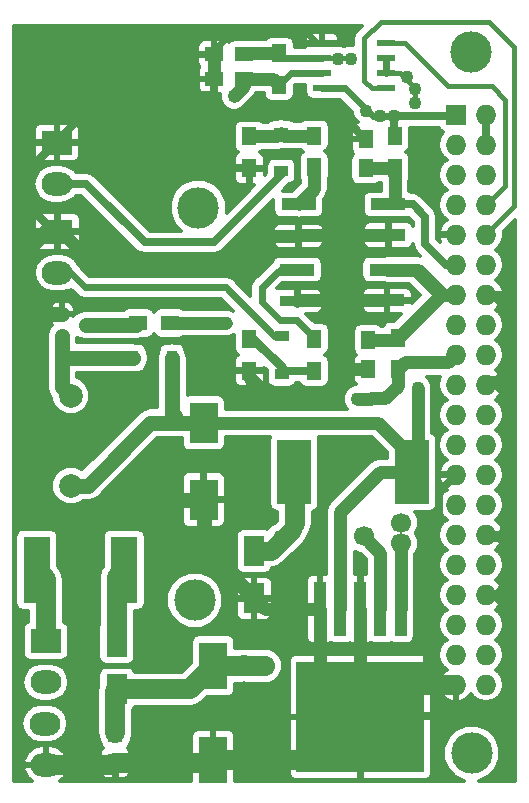
<source format=gbr>
G04 #@! TF.FileFunction,Copper,L1,Top,Signal*
%FSLAX46Y46*%
G04 Gerber Fmt 4.6, Leading zero omitted, Abs format (unit mm)*
G04 Created by KiCad (PCBNEW 4.0.2-stable) date 7/5/2016 1:27:44 AM*
%MOMM*%
G01*
G04 APERTURE LIST*
%ADD10C,0.100000*%
%ADD11C,3.500000*%
%ADD12R,1.500000X1.250000*%
%ADD13R,1.250000X1.500000*%
%ADD14R,2.400300X4.000500*%
%ADD15R,2.400300X3.500120*%
%ADD16R,1.220000X0.910000*%
%ADD17R,1.800860X2.499360*%
%ADD18R,0.910000X1.220000*%
%ADD19R,2.300000X5.600000*%
%ADD20R,2.900680X5.400040*%
%ADD21R,2.600000X2.000000*%
%ADD22O,2.600000X2.000000*%
%ADD23R,1.727200X1.727200*%
%ADD24O,1.727200X1.727200*%
%ADD25R,0.800100X0.800100*%
%ADD26R,1.300000X1.500000*%
%ADD27R,1.500000X1.300000*%
%ADD28R,1.550000X0.600000*%
%ADD29R,3.000000X0.899160*%
%ADD30R,3.000000X1.000760*%
%ADD31R,1.100000X4.600000*%
%ADD32R,10.800000X9.400000*%
%ADD33C,2.000000*%
%ADD34C,1.100000*%
%ADD35C,1.700000*%
%ADD36C,0.600000*%
%ADD37C,1.100000*%
%ADD38C,0.700000*%
%ADD39C,1.300000*%
%ADD40C,1.700000*%
%ADD41C,0.450000*%
%ADD42C,0.800000*%
%ADD43C,1.600000*%
%ADD44C,0.300000*%
G04 APERTURE END LIST*
D10*
D11*
X121671080Y-90545920D03*
X121945400Y-57302400D03*
X145100040Y-103515160D03*
D12*
X123316680Y-46431200D03*
X125816680Y-46431200D03*
X125786200Y-44343320D03*
X123286200Y-44343320D03*
D13*
X136138920Y-53995320D03*
X136138920Y-51495320D03*
D14*
X123225560Y-96098360D03*
X123225560Y-104099360D03*
D13*
X114929920Y-101807960D03*
X114929920Y-104307960D03*
D15*
X122407680Y-75529440D03*
X122407680Y-82031840D03*
D13*
X136352280Y-68508560D03*
X136352280Y-71008560D03*
D16*
X128986280Y-50953160D03*
X128986280Y-54223160D03*
D17*
X115067080Y-98102420D03*
X115067080Y-94104460D03*
D16*
X129032000Y-71424040D03*
X129032000Y-68154040D03*
D17*
X126685040Y-86393020D03*
X126685040Y-90390980D03*
D18*
X119739920Y-70012560D03*
X116469920Y-70012560D03*
D19*
X108288600Y-87985600D03*
X115688600Y-87985600D03*
D20*
X130083560Y-79700120D03*
X140086080Y-79700120D03*
D21*
X109992160Y-51811040D03*
D22*
X109992160Y-55311040D03*
D21*
X110027720Y-59334400D03*
D22*
X110027720Y-62834400D03*
D23*
X143789400Y-49428400D03*
D24*
X146329400Y-49428400D03*
X143789400Y-51968400D03*
X146329400Y-51968400D03*
X143789400Y-54508400D03*
X146329400Y-54508400D03*
X143789400Y-57048400D03*
X146329400Y-57048400D03*
X143789400Y-59588400D03*
X146329400Y-59588400D03*
X143789400Y-62128400D03*
X146329400Y-62128400D03*
X143789400Y-64668400D03*
X146329400Y-64668400D03*
X143789400Y-67208400D03*
X146329400Y-67208400D03*
X143789400Y-69748400D03*
X146329400Y-69748400D03*
X143789400Y-72288400D03*
X146329400Y-72288400D03*
X143789400Y-74828400D03*
X146329400Y-74828400D03*
X143789400Y-77368400D03*
X146329400Y-77368400D03*
X143789400Y-79908400D03*
X146329400Y-79908400D03*
X143789400Y-82448400D03*
X146329400Y-82448400D03*
X143789400Y-84988400D03*
X146329400Y-84988400D03*
X143789400Y-87528400D03*
X146329400Y-87528400D03*
X143789400Y-90068400D03*
X146329400Y-90068400D03*
X143789400Y-92608400D03*
X146329400Y-92608400D03*
X143789400Y-95148400D03*
X146329400Y-95148400D03*
X143789400Y-97688400D03*
X146329400Y-97688400D03*
D25*
X110418880Y-66299040D03*
X110418880Y-68199040D03*
X112417860Y-67249040D03*
D26*
X126283720Y-51287680D03*
X126283720Y-53987680D03*
X131775200Y-53908960D03*
X131775200Y-51208960D03*
X128803400Y-46912520D03*
X128803400Y-44212520D03*
X138597640Y-53939440D03*
X138597640Y-51239440D03*
X126268480Y-68408560D03*
X126268480Y-71108560D03*
D27*
X116866680Y-67086480D03*
X119566680Y-67086480D03*
D26*
X131770120Y-68423800D03*
X131770120Y-71123800D03*
X138841480Y-68312040D03*
X138841480Y-71012040D03*
D28*
X137853400Y-47213520D03*
X137853400Y-45943520D03*
X137853400Y-44673520D03*
X137853400Y-43403520D03*
X132453400Y-43403520D03*
X132453400Y-44673520D03*
X132453400Y-45943520D03*
X132453400Y-47213520D03*
D29*
X130454400Y-59682380D03*
D30*
X130454400Y-57033160D03*
X138054080Y-57033160D03*
X138054080Y-59634120D03*
D31*
X132283520Y-91292680D03*
X133983520Y-91292680D03*
X137383520Y-91292680D03*
D32*
X135683520Y-100442680D03*
D31*
X135683520Y-91292680D03*
X139083520Y-91292680D03*
D29*
X130342640Y-65204340D03*
D30*
X130342640Y-62555120D03*
X137942320Y-62555120D03*
X137942320Y-65156080D03*
D21*
X109052200Y-93990280D03*
D22*
X109042200Y-97490280D03*
X108972200Y-100990280D03*
X109052200Y-104490280D03*
D11*
X145054320Y-44119800D03*
D33*
X111160560Y-80848200D03*
X111160560Y-73248520D03*
D34*
X140568680Y-73771760D03*
X135793480Y-59598560D03*
X133304280Y-59623960D03*
X132008880Y-59623960D03*
X134548880Y-59634120D03*
X124973080Y-47889160D03*
X125811280Y-46949360D03*
X133761480Y-44739560D03*
X134879080Y-44739560D03*
D35*
X127614680Y-96098360D03*
X139095480Y-83982560D03*
X139095480Y-85735160D03*
X125811280Y-96072960D03*
D34*
X140568680Y-72552560D03*
X140543280Y-74990960D03*
D35*
X129087880Y-85379560D03*
X130129280Y-83880960D03*
X135971280Y-85150962D03*
D34*
X136174480Y-49108360D03*
X137368280Y-49565560D03*
X135387080Y-73492360D03*
X136580880Y-73492360D03*
X138511280Y-49590956D03*
X137749280Y-73466960D03*
X140289280Y-48422560D03*
X139654280Y-46288960D03*
X140289280Y-47304960D03*
X123144280Y-67091560D03*
X124287280Y-67091560D03*
D36*
X135793480Y-59598560D02*
X134584440Y-59598560D01*
X134584440Y-59598560D02*
X134548880Y-59634120D01*
X133304280Y-59623960D02*
X134691120Y-59623960D01*
X134691120Y-59623960D02*
X134701280Y-59634120D01*
D37*
X126268480Y-71108560D02*
X126268480Y-71638160D01*
X133532880Y-73212960D02*
X133913880Y-72831960D01*
X126268480Y-71638160D02*
X127843280Y-73212960D01*
X127843280Y-73212960D02*
X133532880Y-73212960D01*
X133913880Y-72831960D02*
X133913880Y-71721960D01*
X133913880Y-71721960D02*
X134627280Y-71008560D01*
D38*
X143789400Y-79908400D02*
X142321280Y-81376520D01*
X142321280Y-81376520D02*
X142321280Y-83474560D01*
X142321280Y-83474560D02*
X141305280Y-84490560D01*
X141305280Y-84490560D02*
X141305280Y-97434400D01*
X141305280Y-97434400D02*
X141559280Y-97688400D01*
X146329400Y-64668400D02*
X146883120Y-64668400D01*
X146883120Y-64668400D02*
X148264880Y-66050160D01*
X148264880Y-66050160D02*
X148264880Y-70901560D01*
X148264880Y-70901560D02*
X147223480Y-71942960D01*
X147223480Y-71942960D02*
X146674840Y-71942960D01*
X146674840Y-71942960D02*
X146329400Y-72288400D01*
X146329400Y-84988400D02*
X147462240Y-84988400D01*
X147462240Y-84988400D02*
X148239480Y-84211160D01*
X148239480Y-84211160D02*
X148239480Y-73339960D01*
X147187920Y-72288400D02*
X146329400Y-72288400D01*
X148239480Y-73339960D02*
X147187920Y-72288400D01*
X147147280Y-85252560D02*
X147452080Y-85252560D01*
X148264880Y-88960960D02*
X147157440Y-90068400D01*
X147452080Y-85252560D02*
X148264880Y-86065360D01*
X148264880Y-86065360D02*
X148264880Y-88960960D01*
X147157440Y-90068400D02*
X146329400Y-90068400D01*
X146329400Y-90068400D02*
X146984720Y-90068400D01*
X146984720Y-90068400D02*
X148214080Y-91297760D01*
X148214080Y-91297760D02*
X148214080Y-98816160D01*
X148214080Y-98816160D02*
X146639280Y-100390960D01*
X146639280Y-100390960D02*
X135735240Y-100390960D01*
X135735240Y-100390960D02*
X135683520Y-100442680D01*
D36*
X132453400Y-43403520D02*
X131978400Y-43403520D01*
X131978400Y-43403520D02*
X131053840Y-42478960D01*
X131053840Y-42478960D02*
X124795280Y-42478960D01*
X124795280Y-42478960D02*
X123286200Y-43988040D01*
X123286200Y-43988040D02*
X123286200Y-44343320D01*
D37*
X130454400Y-59682380D02*
X126895860Y-59682380D01*
X126895860Y-59682380D02*
X124541280Y-62036960D01*
X124541280Y-62036960D02*
X113030280Y-62036960D01*
X110327720Y-59334400D02*
X110027720Y-59334400D01*
X113030280Y-62036960D02*
X110327720Y-59334400D01*
D38*
X109992160Y-51811040D02*
X109992160Y-51694080D01*
X109992160Y-51694080D02*
X113930040Y-47756200D01*
X113930040Y-47756200D02*
X123316680Y-47756200D01*
X136138920Y-51495320D02*
X136097640Y-51495320D01*
X136097640Y-51495320D02*
X134193280Y-49590960D01*
X134193280Y-49590960D02*
X123316680Y-49590960D01*
D37*
X123286200Y-44343320D02*
X123286200Y-46400720D01*
X123286200Y-46400720D02*
X123316680Y-46431200D01*
X134627280Y-71008560D02*
X136352280Y-71008560D01*
X138054080Y-59634120D02*
X133685280Y-59634120D01*
X133685280Y-59634120D02*
X130502660Y-59634120D01*
X133939280Y-65156080D02*
X133939280Y-59888120D01*
X133939280Y-59888120D02*
X133685280Y-59634120D01*
X130502660Y-59634120D02*
X130454400Y-59682380D01*
X137942320Y-65156080D02*
X133939280Y-65156080D01*
X133939280Y-65156080D02*
X130390900Y-65156080D01*
X134627280Y-71008560D02*
X133939280Y-70320560D01*
X133939280Y-70320560D02*
X133939280Y-65156080D01*
X130390900Y-65156080D02*
X130342640Y-65204340D01*
D39*
X110418880Y-66299040D02*
X107269280Y-66299040D01*
X107269280Y-66299040D02*
X107269280Y-61020960D01*
X107269280Y-61020960D02*
X108955840Y-59334400D01*
X108955840Y-59334400D02*
X110027720Y-59334400D01*
X122407680Y-82031840D02*
X119907530Y-82031840D01*
X119907530Y-82031840D02*
X118566410Y-83372960D01*
X118566410Y-83372960D02*
X109047280Y-83372960D01*
X109047280Y-83372960D02*
X107269280Y-81594960D01*
X107269280Y-81594960D02*
X107269280Y-61020960D01*
X107269280Y-61020960D02*
X108955840Y-59334400D01*
X108955840Y-59334400D02*
X110027720Y-59334400D01*
D37*
X132283520Y-91292680D02*
X127586740Y-91292680D01*
X127586740Y-91292680D02*
X126685040Y-90390980D01*
X132283520Y-91292680D02*
X132283520Y-97042680D01*
D39*
X132283520Y-97042680D02*
X135683520Y-100442680D01*
D37*
X135683520Y-91292680D02*
X135683520Y-100442680D01*
D40*
X143789400Y-97688400D02*
X138437800Y-97688400D01*
X138437800Y-97688400D02*
X135683520Y-100442680D01*
D39*
X126685040Y-90390980D02*
X122407680Y-86113620D01*
X122407680Y-86113620D02*
X122407680Y-82031840D01*
D40*
X123225560Y-104099360D02*
X132026840Y-104099360D01*
X132026840Y-104099360D02*
X135683520Y-100442680D01*
X114929920Y-104307960D02*
X123016960Y-104307960D01*
X123016960Y-104307960D02*
X123225560Y-104099360D01*
X109052200Y-104490280D02*
X114747600Y-104490280D01*
X114747600Y-104490280D02*
X114929920Y-104307960D01*
D38*
X130342640Y-65204340D02*
X134447280Y-65204340D01*
X134447280Y-65204340D02*
X137894060Y-65204340D01*
D41*
X134701280Y-59634120D02*
X134151281Y-60184119D01*
X134151281Y-60184119D02*
X134151281Y-64908341D01*
X134151281Y-64908341D02*
X134447280Y-65204340D01*
X134701280Y-59634120D02*
X138054080Y-59634120D01*
D38*
X134701280Y-59634120D02*
X130502660Y-59634120D01*
X136352280Y-71008560D02*
X136352280Y-71133560D01*
X137894060Y-65204340D02*
X137942320Y-65156080D01*
X143789400Y-97688400D02*
X141559280Y-97688400D01*
X141559280Y-97688400D02*
X138437800Y-97688400D01*
X109727720Y-59334400D02*
X110027720Y-59334400D01*
X109992160Y-51811040D02*
X109875200Y-51811040D01*
X109875200Y-51811040D02*
X107777280Y-53908960D01*
X107777280Y-53908960D02*
X107777280Y-57383960D01*
X107777280Y-57383960D02*
X109727720Y-59334400D01*
X123316680Y-47756200D02*
X123316680Y-46431200D01*
X123316680Y-52370640D02*
X123316680Y-49590960D01*
X123316680Y-49590960D02*
X123316680Y-47756200D01*
X126283720Y-53987680D02*
X124933720Y-53987680D01*
X124933720Y-53987680D02*
X123316680Y-52370640D01*
X136352280Y-70883560D02*
X136352280Y-71008560D01*
X137942320Y-65156080D02*
X136942700Y-65156080D01*
X123261120Y-103919020D02*
X132207180Y-103919020D01*
X132207180Y-103919020D02*
X135683520Y-100442680D01*
X123261120Y-103919020D02*
X115318860Y-103919020D01*
X115318860Y-103919020D02*
X114929920Y-104307960D01*
D37*
X125523079Y-47339161D02*
X124973080Y-47889160D01*
X125816680Y-47045560D02*
X125523079Y-47339161D01*
X125816680Y-46431200D02*
X125816680Y-47045560D01*
D36*
X132453400Y-45943520D02*
X129772400Y-45943520D01*
X129772400Y-45943520D02*
X128803400Y-46912520D01*
D37*
X125816680Y-46431200D02*
X128322080Y-46431200D01*
X128322080Y-46431200D02*
X128803400Y-46912520D01*
D41*
X134813040Y-44673520D02*
X134879080Y-44739560D01*
X132453400Y-44673520D02*
X134813040Y-44673520D01*
D37*
X128803400Y-44212520D02*
X125917000Y-44212520D01*
X125917000Y-44212520D02*
X125786200Y-44343320D01*
D41*
X132453400Y-44673520D02*
X133678400Y-44673520D01*
D36*
X132453400Y-44673520D02*
X129264400Y-44673520D01*
X129264400Y-44673520D02*
X128803400Y-44212520D01*
D38*
X138054080Y-57033160D02*
X140111480Y-57033160D01*
X140111480Y-57033160D02*
X141178280Y-58099960D01*
X141178280Y-58099960D02*
X141178280Y-60411360D01*
X141178280Y-60411360D02*
X142895320Y-62128400D01*
X142895320Y-62128400D02*
X143789400Y-62128400D01*
D36*
X138597640Y-56489600D02*
X138054080Y-57033160D01*
D37*
X138597640Y-53939440D02*
X138597640Y-56489600D01*
X136138920Y-53995320D02*
X138541760Y-53995320D01*
X138541760Y-53995320D02*
X138597640Y-53939440D01*
D40*
X127614680Y-96098360D02*
X125836680Y-96098360D01*
D36*
X125836680Y-96098360D02*
X125811280Y-96072960D01*
D40*
X123225560Y-96098360D02*
X125785880Y-96098360D01*
X125785880Y-96098360D02*
X125811280Y-96072960D01*
D37*
X139083520Y-91292680D02*
X139083520Y-85723200D01*
D40*
X114929920Y-101807960D02*
X114929920Y-98239580D01*
X114929920Y-98239580D02*
X115067080Y-98102420D01*
X115067080Y-98102420D02*
X121221500Y-98102420D01*
X121221500Y-98102420D02*
X123225560Y-96098360D01*
D38*
X139273280Y-91102920D02*
X139083520Y-91292680D01*
X115067080Y-98102420D02*
X121076720Y-98102420D01*
X121076720Y-98102420D02*
X123261120Y-95918020D01*
D37*
X140568680Y-72552560D02*
X140568680Y-74965560D01*
D36*
X140568680Y-74965560D02*
X140543280Y-74990960D01*
D37*
X140543280Y-74990960D02*
X140543280Y-79242920D01*
X140543280Y-79242920D02*
X140086080Y-79700120D01*
X122407680Y-75529440D02*
X137165080Y-75529440D01*
X137165080Y-75529440D02*
X140086080Y-78450440D01*
X140086080Y-78450440D02*
X140086080Y-79700120D01*
D39*
X119739920Y-70012560D02*
X119739920Y-75529440D01*
X119969280Y-74990960D02*
X119969280Y-75529440D01*
X119969280Y-75300080D02*
X119969280Y-74990960D01*
X119739920Y-75529440D02*
X119969280Y-75300080D01*
X111160560Y-80848200D02*
X112588040Y-80848200D01*
X117906800Y-75529440D02*
X119969280Y-75529440D01*
X112588040Y-80848200D02*
X117906800Y-75529440D01*
X119969280Y-75529440D02*
X122407680Y-75529440D01*
D37*
X140086080Y-79700120D02*
X137335740Y-79700120D01*
X137335740Y-79700120D02*
X133983520Y-83052340D01*
X133983520Y-83052340D02*
X133983520Y-87692680D01*
X133983520Y-87692680D02*
X133983520Y-91292680D01*
D38*
X146329400Y-49428400D02*
X146329400Y-51968400D01*
D37*
X137942320Y-62555120D02*
X140542320Y-62555120D01*
X140542320Y-62555120D02*
X142485120Y-64497920D01*
X142485120Y-64497920D02*
X142485120Y-64668400D01*
X143789400Y-64668400D02*
X142485120Y-64668400D01*
X142485120Y-64668400D02*
X138841480Y-68312040D01*
X136352280Y-68508560D02*
X138644960Y-68508560D01*
X138644960Y-68508560D02*
X138841480Y-68312040D01*
D38*
X137942320Y-62555120D02*
X140045440Y-62555120D01*
X140045440Y-62555120D02*
X142158720Y-64668400D01*
X142158720Y-64668400D02*
X143789400Y-64668400D01*
D37*
X126283720Y-51287680D02*
X128651760Y-51287680D01*
X128651760Y-51287680D02*
X128986280Y-50953160D01*
X131775200Y-51208960D02*
X129242080Y-51208960D01*
X129242080Y-51208960D02*
X128986280Y-50953160D01*
D38*
X128986280Y-54223160D02*
X128986280Y-54543960D01*
X128986280Y-54543960D02*
X123271280Y-60258960D01*
X123271280Y-60258960D02*
X117429280Y-60258960D01*
X117429280Y-60258960D02*
X112481360Y-55311040D01*
X112481360Y-55311040D02*
X109992160Y-55311040D01*
D40*
X115067080Y-94104460D02*
X115067080Y-88607120D01*
X115067080Y-88607120D02*
X115688600Y-87985600D01*
D42*
X126268480Y-68408560D02*
X126594880Y-68408560D01*
X126594880Y-68408560D02*
X129032000Y-70845680D01*
X129032000Y-70845680D02*
X129032000Y-71424040D01*
D37*
X131754880Y-71108560D02*
X131770120Y-71123800D01*
D38*
X131770120Y-71123800D02*
X129332240Y-71123800D01*
X129332240Y-71123800D02*
X129032000Y-71424040D01*
D36*
X110027720Y-62834400D02*
X110063160Y-62798960D01*
X110063160Y-62798960D02*
X111079280Y-62798960D01*
X112349280Y-64068960D02*
X124287280Y-64068960D01*
X111079280Y-62798960D02*
X112349280Y-64068960D01*
X124287280Y-64068960D02*
X128372360Y-68154040D01*
X128372360Y-68154040D02*
X129032000Y-68154040D01*
X130129280Y-83880960D02*
X130129280Y-84388960D01*
X130129280Y-84388960D02*
X129875280Y-84642960D01*
X130083560Y-79700120D02*
X130083560Y-82649060D01*
X130083560Y-82649060D02*
X130129280Y-82694780D01*
D43*
X130129280Y-83880960D02*
X130129280Y-79745840D01*
D40*
X130129280Y-79745840D02*
X130083560Y-79700120D01*
D43*
X130083560Y-82864960D02*
X130083560Y-79700120D01*
X130083560Y-82864960D02*
X130083560Y-82994500D01*
X129875280Y-84642960D02*
X128125220Y-86393020D01*
D40*
X130129280Y-82694780D02*
X130129280Y-84134960D01*
X130337560Y-80624680D02*
X130129280Y-80832960D01*
D43*
X128125220Y-86393020D02*
X126685040Y-86393020D01*
D39*
X126685040Y-86393020D02*
X128125220Y-86393020D01*
D37*
X136521279Y-85700961D02*
X135971280Y-85150962D01*
X137383520Y-86563202D02*
X136521279Y-85700961D01*
X137383520Y-91292680D02*
X137383520Y-86563202D01*
D39*
X116469920Y-70012560D02*
X110418880Y-70012560D01*
X110520480Y-69910960D02*
X110418880Y-69910960D01*
X110418880Y-70012560D02*
X110520480Y-69910960D01*
X110418880Y-68199040D02*
X110418880Y-69910960D01*
X110418880Y-69910960D02*
X110418880Y-72506840D01*
X110418880Y-72506840D02*
X111160560Y-73248520D01*
D40*
X109052200Y-93990280D02*
X109052200Y-88749200D01*
X109052200Y-88749200D02*
X108288600Y-87985600D01*
D37*
X135387080Y-73492360D02*
X136580880Y-73492360D01*
X137749280Y-73466960D02*
X136606280Y-73466960D01*
D36*
X136606280Y-73466960D02*
X136580880Y-73492360D01*
X137733463Y-49590956D02*
X138511280Y-49590956D01*
X134355840Y-47213520D02*
X136733276Y-49590956D01*
X132453400Y-47213520D02*
X134355840Y-47213520D01*
X136733276Y-49590956D02*
X137733463Y-49590956D01*
D38*
X138511280Y-50098960D02*
X138511280Y-49590956D01*
D36*
X138511280Y-50098960D02*
X138511280Y-49844960D01*
X138511280Y-49844960D02*
X138765280Y-49590960D01*
X138511280Y-50860960D02*
X138511280Y-50098960D01*
D38*
X138765280Y-49590960D02*
X143626840Y-49590960D01*
X143626840Y-49590960D02*
X143789400Y-49428400D01*
X138511280Y-50098960D02*
X138511280Y-51153080D01*
X138597640Y-51239440D02*
X138597640Y-51028600D01*
X138597640Y-51028600D02*
X138765280Y-50860960D01*
D37*
X143789400Y-69748400D02*
X143118840Y-70418960D01*
X143118840Y-70418960D02*
X139434560Y-70418960D01*
X139434560Y-70418960D02*
X138841480Y-71012040D01*
X138841480Y-71012040D02*
X138841480Y-72374760D01*
X138841480Y-72374760D02*
X137749280Y-73466960D01*
D38*
X138511280Y-51153080D02*
X138597640Y-51239440D01*
D41*
X140289280Y-47304960D02*
X140289280Y-48422560D01*
X139654280Y-46288960D02*
X139400280Y-46288960D01*
X139400280Y-46288960D02*
X139054840Y-45943520D01*
X137853400Y-45943520D02*
X139054840Y-45943520D01*
X139054840Y-45943520D02*
X140289280Y-47177960D01*
X140289280Y-47177960D02*
X140289280Y-47304960D01*
D36*
X137853400Y-44673520D02*
X137853400Y-45943520D01*
D41*
X137853400Y-43403520D02*
X139435840Y-43403520D01*
X139435840Y-43403520D02*
X143083280Y-47050960D01*
X143083280Y-47050960D02*
X146791680Y-47050960D01*
X146791680Y-47050960D02*
X147909280Y-48168560D01*
X147909280Y-48168560D02*
X147909280Y-55468520D01*
X147909280Y-55468520D02*
X146329400Y-57048400D01*
X137853400Y-47213520D02*
X136628400Y-47213520D01*
X136628400Y-47213520D02*
X135980282Y-46565402D01*
X148671280Y-43698160D02*
X148671280Y-57210960D01*
X135980282Y-46565402D02*
X135980282Y-42977958D01*
X135980282Y-42977958D02*
X137393680Y-41564560D01*
X146537680Y-41564560D02*
X148671280Y-43698160D01*
X137393680Y-41564560D02*
X146537680Y-41564560D01*
X148671280Y-57210960D02*
X146329400Y-59552840D01*
X146329400Y-59552840D02*
X146329400Y-59588400D01*
D37*
X119566680Y-67086480D02*
X124256790Y-67086480D01*
X124256795Y-67061075D02*
X124287280Y-67091560D01*
D38*
X119666680Y-67086480D02*
X119566680Y-67086480D01*
D39*
X112417860Y-67249040D02*
X116704120Y-67249040D01*
X116704120Y-67249040D02*
X116866680Y-67086480D01*
D38*
X116866680Y-67086480D02*
X112580420Y-67086480D01*
X112580420Y-67086480D02*
X112417860Y-67249040D01*
D37*
X131775200Y-53908960D02*
X131775200Y-55712360D01*
X131775200Y-55712360D02*
X130454400Y-57033160D01*
D36*
X130342640Y-62555120D02*
X128849120Y-62555120D01*
X131770120Y-68323800D02*
X131770120Y-68423800D01*
X128849120Y-62555120D02*
X127335280Y-64068960D01*
X127335280Y-64068960D02*
X127335280Y-65338960D01*
X127335280Y-65338960D02*
X128859280Y-66862960D01*
X128859280Y-66862960D02*
X130309280Y-66862960D01*
X130309280Y-66862960D02*
X131770120Y-68323800D01*
D44*
G36*
X135355907Y-42353583D02*
X135164496Y-42640048D01*
X135141122Y-42757559D01*
X135097282Y-42977958D01*
X135097282Y-43531750D01*
X134639848Y-43531351D01*
X134320041Y-43663492D01*
X134002820Y-43531770D01*
X133745926Y-43531546D01*
X133721900Y-43507520D01*
X132557400Y-43507520D01*
X132557400Y-43527520D01*
X132349400Y-43527520D01*
X132349400Y-43507520D01*
X131184900Y-43507520D01*
X131020400Y-43672020D01*
X131020400Y-43715520D01*
X130124290Y-43715520D01*
X130124290Y-43462520D01*
X130078408Y-43218680D01*
X129934299Y-42994728D01*
X129901965Y-42972635D01*
X131020400Y-42972635D01*
X131020400Y-43135020D01*
X131184900Y-43299520D01*
X132349400Y-43299520D01*
X132349400Y-42610020D01*
X132557400Y-42610020D01*
X132557400Y-43299520D01*
X133721900Y-43299520D01*
X133886400Y-43135020D01*
X133886400Y-42972635D01*
X133786225Y-42730793D01*
X133601127Y-42545694D01*
X133359284Y-42445520D01*
X132721900Y-42445520D01*
X132557400Y-42610020D01*
X132349400Y-42610020D01*
X132184900Y-42445520D01*
X131547516Y-42445520D01*
X131305673Y-42545694D01*
X131120575Y-42730793D01*
X131020400Y-42972635D01*
X129901965Y-42972635D01*
X129714414Y-42844487D01*
X129453400Y-42791630D01*
X128153400Y-42791630D01*
X127909560Y-42837512D01*
X127685608Y-42981621D01*
X127669962Y-43004520D01*
X125917000Y-43004520D01*
X125701278Y-43047430D01*
X125036200Y-43047430D01*
X124792360Y-43093312D01*
X124568408Y-43237421D01*
X124534898Y-43286465D01*
X124408927Y-43160494D01*
X124167084Y-43060320D01*
X123554700Y-43060320D01*
X123390200Y-43224820D01*
X123390200Y-44239320D01*
X123410200Y-44239320D01*
X123410200Y-44447320D01*
X123390200Y-44447320D01*
X123390200Y-45461820D01*
X123420680Y-45492300D01*
X123420680Y-46327200D01*
X123440680Y-46327200D01*
X123440680Y-46535200D01*
X123420680Y-46535200D01*
X123420680Y-47549700D01*
X123585180Y-47714200D01*
X123765232Y-47714200D01*
X123764871Y-48128392D01*
X123948390Y-48572543D01*
X124287910Y-48912655D01*
X124731740Y-49096950D01*
X125212312Y-49097369D01*
X125656463Y-48913850D01*
X125996575Y-48574330D01*
X125996784Y-48573826D01*
X126670865Y-47899745D01*
X126821689Y-47674021D01*
X126875802Y-47639200D01*
X127482510Y-47639200D01*
X127482510Y-47662520D01*
X127528392Y-47906360D01*
X127672501Y-48130312D01*
X127892386Y-48280553D01*
X128153400Y-48333410D01*
X129453400Y-48333410D01*
X129697240Y-48287528D01*
X129921192Y-48143419D01*
X130071433Y-47923534D01*
X130124290Y-47662520D01*
X130124290Y-46946446D01*
X130169216Y-46901520D01*
X131009940Y-46901520D01*
X131007510Y-46913520D01*
X131007510Y-47513520D01*
X131053392Y-47757360D01*
X131197501Y-47981312D01*
X131417386Y-48131553D01*
X131678400Y-48184410D01*
X133228400Y-48184410D01*
X133296904Y-48171520D01*
X133959024Y-48171520D01*
X134966418Y-49178914D01*
X134966271Y-49347592D01*
X135149790Y-49791743D01*
X135444853Y-50087320D01*
X135383035Y-50087320D01*
X135141193Y-50187495D01*
X134956094Y-50372593D01*
X134855920Y-50614436D01*
X134855920Y-51226820D01*
X135020420Y-51391320D01*
X136034920Y-51391320D01*
X136034920Y-51371320D01*
X136242920Y-51371320D01*
X136242920Y-51391320D01*
X136262920Y-51391320D01*
X136262920Y-51599320D01*
X136242920Y-51599320D01*
X136242920Y-51619320D01*
X136034920Y-51619320D01*
X136034920Y-51599320D01*
X135020420Y-51599320D01*
X134855920Y-51763820D01*
X134855920Y-52376204D01*
X134956094Y-52618047D01*
X135080409Y-52742362D01*
X135046128Y-52764421D01*
X134895887Y-52984306D01*
X134843030Y-53245320D01*
X134843030Y-54745320D01*
X134888912Y-54989160D01*
X135033021Y-55213112D01*
X135252906Y-55363353D01*
X135513920Y-55416210D01*
X136763920Y-55416210D01*
X137007760Y-55370328D01*
X137231712Y-55226219D01*
X137247358Y-55203320D01*
X137389640Y-55203320D01*
X137389640Y-55861890D01*
X136554080Y-55861890D01*
X136310240Y-55907772D01*
X136086288Y-56051881D01*
X135936047Y-56271766D01*
X135883190Y-56532780D01*
X135883190Y-57533540D01*
X135929072Y-57777380D01*
X136073181Y-58001332D01*
X136293066Y-58151573D01*
X136554080Y-58204430D01*
X139554080Y-58204430D01*
X139797920Y-58158548D01*
X139806086Y-58153294D01*
X140170280Y-58517488D01*
X140170280Y-58901942D01*
X140111905Y-58761013D01*
X139926807Y-58575914D01*
X139684964Y-58475740D01*
X138322580Y-58475740D01*
X138158080Y-58640240D01*
X138158080Y-59530120D01*
X138178080Y-59530120D01*
X138178080Y-59738120D01*
X138158080Y-59738120D01*
X138158080Y-60628000D01*
X138322580Y-60792500D01*
X139684964Y-60792500D01*
X139926807Y-60692326D01*
X140111905Y-60507227D01*
X140170280Y-60366298D01*
X140170280Y-60411355D01*
X140170279Y-60411360D01*
X140247009Y-60797105D01*
X140465516Y-61124124D01*
X140724812Y-61383420D01*
X140542320Y-61347120D01*
X137942320Y-61347120D01*
X137757667Y-61383850D01*
X136442320Y-61383850D01*
X136198480Y-61429732D01*
X135974528Y-61573841D01*
X135824287Y-61793726D01*
X135771430Y-62054740D01*
X135771430Y-63055500D01*
X135817312Y-63299340D01*
X135961421Y-63523292D01*
X136181306Y-63673533D01*
X136442320Y-63726390D01*
X137757667Y-63726390D01*
X137942320Y-63763120D01*
X139827912Y-63763120D01*
X140754971Y-64690179D01*
X140060445Y-65384705D01*
X139935820Y-65260080D01*
X138046320Y-65260080D01*
X138046320Y-66149960D01*
X138210820Y-66314460D01*
X139130690Y-66314460D01*
X138554000Y-66891150D01*
X138191480Y-66891150D01*
X137947640Y-66937032D01*
X137723688Y-67081141D01*
X137573765Y-67300560D01*
X137464480Y-67300560D01*
X137458179Y-67290768D01*
X137238294Y-67140527D01*
X136977280Y-67087670D01*
X135727280Y-67087670D01*
X135483440Y-67133552D01*
X135259488Y-67277661D01*
X135109247Y-67497546D01*
X135056390Y-67758560D01*
X135056390Y-69258560D01*
X135102272Y-69502400D01*
X135246381Y-69726352D01*
X135295425Y-69759862D01*
X135169454Y-69885833D01*
X135069280Y-70127676D01*
X135069280Y-70740060D01*
X135233780Y-70904560D01*
X136248280Y-70904560D01*
X136248280Y-70884560D01*
X136456280Y-70884560D01*
X136456280Y-70904560D01*
X136476280Y-70904560D01*
X136476280Y-71112560D01*
X136456280Y-71112560D01*
X136456280Y-71132560D01*
X136248280Y-71132560D01*
X136248280Y-71112560D01*
X135233780Y-71112560D01*
X135069280Y-71277060D01*
X135069280Y-71889444D01*
X135169454Y-72131287D01*
X135322471Y-72284303D01*
X135147848Y-72284151D01*
X134703697Y-72467670D01*
X134363585Y-72807190D01*
X134179290Y-73251020D01*
X134178871Y-73731592D01*
X134362390Y-74175743D01*
X134507833Y-74321440D01*
X124278720Y-74321440D01*
X124278720Y-73779380D01*
X124232838Y-73535540D01*
X124088729Y-73311588D01*
X123868844Y-73161347D01*
X123607830Y-73108490D01*
X121207530Y-73108490D01*
X121047920Y-73138523D01*
X121047920Y-71377060D01*
X124960480Y-71377060D01*
X124960480Y-71989444D01*
X125060654Y-72231287D01*
X125245753Y-72416385D01*
X125487595Y-72516560D01*
X125999980Y-72516560D01*
X126164480Y-72352060D01*
X126164480Y-71212560D01*
X126372480Y-71212560D01*
X126372480Y-72352060D01*
X126536980Y-72516560D01*
X127049365Y-72516560D01*
X127291207Y-72416385D01*
X127476306Y-72231287D01*
X127576480Y-71989444D01*
X127576480Y-71377060D01*
X127411980Y-71212560D01*
X126372480Y-71212560D01*
X126164480Y-71212560D01*
X125124980Y-71212560D01*
X124960480Y-71377060D01*
X121047920Y-71377060D01*
X121047920Y-70012560D01*
X120948354Y-69512010D01*
X120862120Y-69382952D01*
X120819928Y-69158720D01*
X120675819Y-68934768D01*
X120455934Y-68784527D01*
X120194920Y-68731670D01*
X119876211Y-68731670D01*
X119739920Y-68704560D01*
X119603629Y-68731670D01*
X119284920Y-68731670D01*
X119041080Y-68777552D01*
X118817128Y-68921661D01*
X118666887Y-69141546D01*
X118618123Y-69382348D01*
X118531486Y-69512010D01*
X118431920Y-70012560D01*
X118431920Y-74221440D01*
X117906805Y-74221440D01*
X117906800Y-74221439D01*
X117406251Y-74321005D01*
X117321795Y-74377437D01*
X116981904Y-74604544D01*
X116981902Y-74604547D01*
X112121972Y-79464476D01*
X112100968Y-79443436D01*
X111491803Y-79190489D01*
X110832210Y-79189913D01*
X110222605Y-79441797D01*
X109755796Y-79907792D01*
X109502849Y-80516957D01*
X109502273Y-81176550D01*
X109754157Y-81786155D01*
X110220152Y-82252964D01*
X110829317Y-82505911D01*
X111488910Y-82506487D01*
X111987823Y-82300340D01*
X120549530Y-82300340D01*
X120549530Y-83912784D01*
X120649704Y-84154627D01*
X120834803Y-84339725D01*
X121076645Y-84439900D01*
X122139180Y-84439900D01*
X122303680Y-84275400D01*
X122303680Y-82135840D01*
X122511680Y-82135840D01*
X122511680Y-84275400D01*
X122676180Y-84439900D01*
X123738715Y-84439900D01*
X123980557Y-84339725D01*
X124165656Y-84154627D01*
X124265830Y-83912784D01*
X124265830Y-82300340D01*
X124101330Y-82135840D01*
X122511680Y-82135840D01*
X122303680Y-82135840D01*
X120714030Y-82135840D01*
X120549530Y-82300340D01*
X111987823Y-82300340D01*
X112098515Y-82254603D01*
X112197090Y-82156200D01*
X112588040Y-82156200D01*
X113088590Y-82056634D01*
X113512936Y-81773096D01*
X115135135Y-80150896D01*
X120549530Y-80150896D01*
X120549530Y-81763340D01*
X120714030Y-81927840D01*
X122303680Y-81927840D01*
X122303680Y-79788280D01*
X122511680Y-79788280D01*
X122511680Y-81927840D01*
X124101330Y-81927840D01*
X124265830Y-81763340D01*
X124265830Y-80150896D01*
X124165656Y-79909053D01*
X123980557Y-79723955D01*
X123738715Y-79623780D01*
X122676180Y-79623780D01*
X122511680Y-79788280D01*
X122303680Y-79788280D01*
X122139180Y-79623780D01*
X121076645Y-79623780D01*
X120834803Y-79723955D01*
X120649704Y-79909053D01*
X120549530Y-80150896D01*
X115135135Y-80150896D01*
X118448591Y-76837440D01*
X120536640Y-76837440D01*
X120536640Y-77279500D01*
X120582522Y-77523340D01*
X120726631Y-77747292D01*
X120946516Y-77897533D01*
X121207530Y-77950390D01*
X123607830Y-77950390D01*
X123851670Y-77904508D01*
X124075622Y-77760399D01*
X124225863Y-77540514D01*
X124278720Y-77279500D01*
X124278720Y-76737440D01*
X128016312Y-76737440D01*
X128015187Y-76739086D01*
X127962330Y-77000100D01*
X127962330Y-82400140D01*
X128008212Y-82643980D01*
X128152321Y-82867932D01*
X128372206Y-83018173D01*
X128621280Y-83068612D01*
X128621280Y-83835037D01*
X128441220Y-84015097D01*
X128234783Y-84100395D01*
X127815429Y-84519018D01*
X127585470Y-84472450D01*
X125784610Y-84472450D01*
X125540770Y-84518332D01*
X125316818Y-84662441D01*
X125166577Y-84882326D01*
X125113720Y-85143340D01*
X125113720Y-87642700D01*
X125159602Y-87886540D01*
X125303711Y-88110492D01*
X125523596Y-88260733D01*
X125784610Y-88313590D01*
X127585470Y-88313590D01*
X127829310Y-88267708D01*
X128053262Y-88123599D01*
X128203503Y-87903714D01*
X128217907Y-87832583D01*
X128683173Y-87740036D01*
X129156182Y-87423982D01*
X129907681Y-86672483D01*
X129940977Y-86658725D01*
X130365554Y-86234888D01*
X130379954Y-86200209D01*
X130906242Y-85673921D01*
X131222296Y-85200912D01*
X131233510Y-85144536D01*
X131522490Y-84712047D01*
X131619471Y-84224491D01*
X131637017Y-84182236D01*
X131637057Y-84136080D01*
X131637280Y-84134960D01*
X131637280Y-83880960D01*
X131637541Y-83582316D01*
X131637280Y-83581684D01*
X131637280Y-83051578D01*
X131777740Y-83025148D01*
X132001692Y-82881039D01*
X132151933Y-82661154D01*
X132204790Y-82400140D01*
X132204790Y-77000100D01*
X132158908Y-76756260D01*
X132146798Y-76737440D01*
X136664710Y-76737440D01*
X137964850Y-78037580D01*
X137964850Y-78492120D01*
X137335740Y-78492120D01*
X136873458Y-78584074D01*
X136527788Y-78815043D01*
X136481555Y-78845935D01*
X133129335Y-82198155D01*
X132867474Y-82590058D01*
X132775520Y-83052340D01*
X132775520Y-88334680D01*
X132552020Y-88334680D01*
X132387520Y-88499180D01*
X132387520Y-91188680D01*
X132407520Y-91188680D01*
X132407520Y-91396680D01*
X132387520Y-91396680D01*
X132387520Y-94086180D01*
X132552020Y-94250680D01*
X132964405Y-94250680D01*
X133130381Y-94181930D01*
X133172506Y-94210713D01*
X133433520Y-94263570D01*
X134533520Y-94263570D01*
X134777360Y-94217688D01*
X134834390Y-94180990D01*
X135002635Y-94250680D01*
X135415020Y-94250680D01*
X135579520Y-94086180D01*
X135579520Y-91396680D01*
X135559520Y-91396680D01*
X135559520Y-91188680D01*
X135579520Y-91188680D01*
X135579520Y-88499180D01*
X135415020Y-88334680D01*
X135191520Y-88334680D01*
X135191520Y-86460015D01*
X135670004Y-86658699D01*
X135770735Y-86658787D01*
X136175520Y-87063572D01*
X136175520Y-88334680D01*
X135952020Y-88334680D01*
X135787520Y-88499180D01*
X135787520Y-91188680D01*
X135807520Y-91188680D01*
X135807520Y-91396680D01*
X135787520Y-91396680D01*
X135787520Y-94086180D01*
X135952020Y-94250680D01*
X136364405Y-94250680D01*
X136530381Y-94181930D01*
X136572506Y-94210713D01*
X136833520Y-94263570D01*
X137933520Y-94263570D01*
X138177360Y-94217688D01*
X138231617Y-94182775D01*
X138272506Y-94210713D01*
X138533520Y-94263570D01*
X139633520Y-94263570D01*
X139877360Y-94217688D01*
X140101312Y-94073579D01*
X140251553Y-93853694D01*
X140304410Y-93592680D01*
X140304410Y-88992680D01*
X140291520Y-88924176D01*
X140291520Y-86671980D01*
X140373154Y-86590488D01*
X140603217Y-86036436D01*
X140603741Y-85436516D01*
X140374645Y-84882063D01*
X140351813Y-84859191D01*
X140373154Y-84837888D01*
X140603217Y-84283836D01*
X140603741Y-83683916D01*
X140374645Y-83129463D01*
X140316314Y-83071030D01*
X141536420Y-83071030D01*
X141780260Y-83025148D01*
X142004212Y-82881039D01*
X142154453Y-82661154D01*
X142207310Y-82400140D01*
X142207310Y-77000100D01*
X142161428Y-76756260D01*
X142017319Y-76532308D01*
X141797434Y-76382067D01*
X141751280Y-76372721D01*
X141751280Y-75093254D01*
X141776680Y-74965560D01*
X141776680Y-73772241D01*
X141776889Y-73532528D01*
X141776680Y-73532022D01*
X141776680Y-72552560D01*
X141776889Y-72313328D01*
X141593370Y-71869177D01*
X141351575Y-71626960D01*
X142406701Y-71626960D01*
X142353815Y-71706109D01*
X142237990Y-72288400D01*
X142353815Y-72870691D01*
X142683656Y-73364334D01*
X142974097Y-73558400D01*
X142683656Y-73752466D01*
X142353815Y-74246109D01*
X142237990Y-74828400D01*
X142353815Y-75410691D01*
X142683656Y-75904334D01*
X142974097Y-76098400D01*
X142683656Y-76292466D01*
X142353815Y-76786109D01*
X142237990Y-77368400D01*
X142353815Y-77950691D01*
X142683656Y-78444334D01*
X142974208Y-78638474D01*
X142907547Y-78668390D01*
X142500143Y-79100251D01*
X142306317Y-79568206D01*
X142436291Y-79804400D01*
X143685400Y-79804400D01*
X143685400Y-79784400D01*
X143893400Y-79784400D01*
X143893400Y-79804400D01*
X143913400Y-79804400D01*
X143913400Y-80012400D01*
X143893400Y-80012400D01*
X143893400Y-80032400D01*
X143685400Y-80032400D01*
X143685400Y-80012400D01*
X142436291Y-80012400D01*
X142306317Y-80248594D01*
X142500143Y-80716549D01*
X142907547Y-81148410D01*
X142974208Y-81178326D01*
X142683656Y-81372466D01*
X142353815Y-81866109D01*
X142237990Y-82448400D01*
X142353815Y-83030691D01*
X142683656Y-83524334D01*
X142974097Y-83718400D01*
X142683656Y-83912466D01*
X142353815Y-84406109D01*
X142237990Y-84988400D01*
X142353815Y-85570691D01*
X142683656Y-86064334D01*
X142974097Y-86258400D01*
X142683656Y-86452466D01*
X142353815Y-86946109D01*
X142237990Y-87528400D01*
X142353815Y-88110691D01*
X142683656Y-88604334D01*
X142974097Y-88798400D01*
X142683656Y-88992466D01*
X142353815Y-89486109D01*
X142237990Y-90068400D01*
X142353815Y-90650691D01*
X142683656Y-91144334D01*
X142974097Y-91338400D01*
X142683656Y-91532466D01*
X142353815Y-92026109D01*
X142237990Y-92608400D01*
X142353815Y-93190691D01*
X142683656Y-93684334D01*
X142974097Y-93878400D01*
X142683656Y-94072466D01*
X142353815Y-94566109D01*
X142237990Y-95148400D01*
X142353815Y-95730691D01*
X142683656Y-96224334D01*
X142974208Y-96418474D01*
X142907547Y-96448390D01*
X142500143Y-96880251D01*
X142306317Y-97348206D01*
X142436291Y-97584400D01*
X143685400Y-97584400D01*
X143685400Y-97564400D01*
X143893400Y-97564400D01*
X143893400Y-97584400D01*
X143913400Y-97584400D01*
X143913400Y-97792400D01*
X143893400Y-97792400D01*
X143893400Y-99041949D01*
X144129595Y-99171490D01*
X144671253Y-98928410D01*
X145058796Y-98517603D01*
X145223656Y-98764334D01*
X145717299Y-99094175D01*
X146299590Y-99210000D01*
X146359210Y-99210000D01*
X146941501Y-99094175D01*
X147435144Y-98764334D01*
X147764985Y-98270691D01*
X147880810Y-97688400D01*
X147764985Y-97106109D01*
X147435144Y-96612466D01*
X147144703Y-96418400D01*
X147435144Y-96224334D01*
X147764985Y-95730691D01*
X147880810Y-95148400D01*
X147764985Y-94566109D01*
X147435144Y-94072466D01*
X147144703Y-93878400D01*
X147435144Y-93684334D01*
X147764985Y-93190691D01*
X147880810Y-92608400D01*
X147764985Y-92026109D01*
X147435144Y-91532466D01*
X147144592Y-91338326D01*
X147211253Y-91308410D01*
X147618657Y-90876549D01*
X147812483Y-90408594D01*
X147682509Y-90172400D01*
X146433400Y-90172400D01*
X146433400Y-90192400D01*
X146225400Y-90192400D01*
X146225400Y-90172400D01*
X146205400Y-90172400D01*
X146205400Y-89964400D01*
X146225400Y-89964400D01*
X146225400Y-89944400D01*
X146433400Y-89944400D01*
X146433400Y-89964400D01*
X147682509Y-89964400D01*
X147812483Y-89728206D01*
X147618657Y-89260251D01*
X147211253Y-88828390D01*
X147144592Y-88798474D01*
X147435144Y-88604334D01*
X147764985Y-88110691D01*
X147880810Y-87528400D01*
X147764985Y-86946109D01*
X147435144Y-86452466D01*
X147144592Y-86258326D01*
X147211253Y-86228410D01*
X147618657Y-85796549D01*
X147812483Y-85328594D01*
X147682509Y-85092400D01*
X146433400Y-85092400D01*
X146433400Y-85112400D01*
X146225400Y-85112400D01*
X146225400Y-85092400D01*
X146205400Y-85092400D01*
X146205400Y-84884400D01*
X146225400Y-84884400D01*
X146225400Y-84864400D01*
X146433400Y-84864400D01*
X146433400Y-84884400D01*
X147682509Y-84884400D01*
X147812483Y-84648206D01*
X147618657Y-84180251D01*
X147211253Y-83748390D01*
X147144592Y-83718474D01*
X147435144Y-83524334D01*
X147764985Y-83030691D01*
X147880810Y-82448400D01*
X147764985Y-81866109D01*
X147435144Y-81372466D01*
X147144703Y-81178400D01*
X147435144Y-80984334D01*
X147764985Y-80490691D01*
X147880810Y-79908400D01*
X147764985Y-79326109D01*
X147435144Y-78832466D01*
X147144703Y-78638400D01*
X147435144Y-78444334D01*
X147764985Y-77950691D01*
X147880810Y-77368400D01*
X147764985Y-76786109D01*
X147435144Y-76292466D01*
X147144703Y-76098400D01*
X147435144Y-75904334D01*
X147764985Y-75410691D01*
X147880810Y-74828400D01*
X147764985Y-74246109D01*
X147435144Y-73752466D01*
X147144592Y-73558326D01*
X147211253Y-73528410D01*
X147618657Y-73096549D01*
X147812483Y-72628594D01*
X147682509Y-72392400D01*
X146433400Y-72392400D01*
X146433400Y-72412400D01*
X146225400Y-72412400D01*
X146225400Y-72392400D01*
X146205400Y-72392400D01*
X146205400Y-72184400D01*
X146225400Y-72184400D01*
X146225400Y-72164400D01*
X146433400Y-72164400D01*
X146433400Y-72184400D01*
X147682509Y-72184400D01*
X147812483Y-71948206D01*
X147618657Y-71480251D01*
X147211253Y-71048390D01*
X147144592Y-71018474D01*
X147435144Y-70824334D01*
X147764985Y-70330691D01*
X147880810Y-69748400D01*
X147764985Y-69166109D01*
X147435144Y-68672466D01*
X147144703Y-68478400D01*
X147435144Y-68284334D01*
X147764985Y-67790691D01*
X147880810Y-67208400D01*
X147764985Y-66626109D01*
X147435144Y-66132466D01*
X147144592Y-65938326D01*
X147211253Y-65908410D01*
X147618657Y-65476549D01*
X147812483Y-65008594D01*
X147682509Y-64772400D01*
X146433400Y-64772400D01*
X146433400Y-64792400D01*
X146225400Y-64792400D01*
X146225400Y-64772400D01*
X146205400Y-64772400D01*
X146205400Y-64564400D01*
X146225400Y-64564400D01*
X146225400Y-64544400D01*
X146433400Y-64544400D01*
X146433400Y-64564400D01*
X147682509Y-64564400D01*
X147812483Y-64328206D01*
X147618657Y-63860251D01*
X147211253Y-63428390D01*
X147144592Y-63398474D01*
X147435144Y-63204334D01*
X147764985Y-62710691D01*
X147880810Y-62128400D01*
X147764985Y-61546109D01*
X147435144Y-61052466D01*
X147144703Y-60858400D01*
X147435144Y-60664334D01*
X147764985Y-60170691D01*
X147880810Y-59588400D01*
X147824696Y-59306295D01*
X148771400Y-58359591D01*
X148771400Y-105845400D01*
X145766125Y-105845400D01*
X146462281Y-105557754D01*
X147140253Y-104880964D01*
X147507622Y-103996242D01*
X147508458Y-103038280D01*
X147142634Y-102152919D01*
X146465844Y-101474947D01*
X145581122Y-101107578D01*
X144623160Y-101106742D01*
X143737799Y-101472566D01*
X143059827Y-102149356D01*
X142692458Y-103034078D01*
X142691622Y-103992040D01*
X143057446Y-104877401D01*
X143734236Y-105555373D01*
X144432698Y-105845400D01*
X125083710Y-105845400D01*
X125083710Y-104367860D01*
X124919210Y-104203360D01*
X123329560Y-104203360D01*
X123329560Y-104223360D01*
X123121560Y-104223360D01*
X123121560Y-104203360D01*
X121531910Y-104203360D01*
X121367410Y-104367860D01*
X121367410Y-105845400D01*
X110262189Y-105845400D01*
X110598122Y-105589124D01*
X110923791Y-105028686D01*
X110970293Y-104851857D01*
X110842075Y-104594280D01*
X109156200Y-104594280D01*
X109156200Y-104614280D01*
X108948200Y-104614280D01*
X108948200Y-104594280D01*
X107262325Y-104594280D01*
X107134107Y-104851857D01*
X107180609Y-105028686D01*
X107506278Y-105589124D01*
X107842211Y-105845400D01*
X106386840Y-105845400D01*
X106386840Y-104576460D01*
X113646920Y-104576460D01*
X113646920Y-105188844D01*
X113747094Y-105430687D01*
X113932193Y-105615785D01*
X114174035Y-105715960D01*
X114661420Y-105715960D01*
X114825920Y-105551460D01*
X114825920Y-104411960D01*
X115033920Y-104411960D01*
X115033920Y-105551460D01*
X115198420Y-105715960D01*
X115685805Y-105715960D01*
X115927647Y-105615785D01*
X116112746Y-105430687D01*
X116212920Y-105188844D01*
X116212920Y-104576460D01*
X116048420Y-104411960D01*
X115033920Y-104411960D01*
X114825920Y-104411960D01*
X113811420Y-104411960D01*
X113646920Y-104576460D01*
X106386840Y-104576460D01*
X106386840Y-104128703D01*
X107134107Y-104128703D01*
X107262325Y-104386280D01*
X108948200Y-104386280D01*
X108948200Y-102832280D01*
X109156200Y-102832280D01*
X109156200Y-104386280D01*
X110842075Y-104386280D01*
X110970293Y-104128703D01*
X110923791Y-103951874D01*
X110598122Y-103391436D01*
X110082773Y-102998287D01*
X109456200Y-102832280D01*
X109156200Y-102832280D01*
X108948200Y-102832280D01*
X108648200Y-102832280D01*
X108021627Y-102998287D01*
X107506278Y-103391436D01*
X107180609Y-103951874D01*
X107134107Y-104128703D01*
X106386840Y-104128703D01*
X106386840Y-100990280D01*
X106975841Y-100990280D01*
X107102049Y-101624769D01*
X107461458Y-102162663D01*
X107999352Y-102522072D01*
X108633841Y-102648280D01*
X109310559Y-102648280D01*
X109945048Y-102522072D01*
X110482942Y-102162663D01*
X110842351Y-101624769D01*
X110968559Y-100990280D01*
X110842351Y-100355791D01*
X110482942Y-99817897D01*
X109945048Y-99458488D01*
X109310559Y-99332280D01*
X108633841Y-99332280D01*
X107999352Y-99458488D01*
X107461458Y-99817897D01*
X107102049Y-100355791D01*
X106975841Y-100990280D01*
X106386840Y-100990280D01*
X106386840Y-97490280D01*
X107045841Y-97490280D01*
X107172049Y-98124769D01*
X107531458Y-98662663D01*
X108069352Y-99022072D01*
X108703841Y-99148280D01*
X109380559Y-99148280D01*
X110015048Y-99022072D01*
X110552942Y-98662663D01*
X110835636Y-98239580D01*
X113421920Y-98239580D01*
X113421920Y-101807960D01*
X113536710Y-102385047D01*
X113634030Y-102530697D01*
X113634030Y-102557960D01*
X113679912Y-102801800D01*
X113824021Y-103025752D01*
X113873065Y-103059262D01*
X113747094Y-103185233D01*
X113646920Y-103427076D01*
X113646920Y-104039460D01*
X113811420Y-104203960D01*
X114825920Y-104203960D01*
X114825920Y-104183960D01*
X115033920Y-104183960D01*
X115033920Y-104203960D01*
X116048420Y-104203960D01*
X116212920Y-104039460D01*
X116212920Y-103427076D01*
X116112746Y-103185233D01*
X115988431Y-103060918D01*
X116022712Y-103038859D01*
X116172953Y-102818974D01*
X116225810Y-102557960D01*
X116225810Y-102530697D01*
X116323130Y-102385047D01*
X116406041Y-101968226D01*
X121367410Y-101968226D01*
X121367410Y-103830860D01*
X121531910Y-103995360D01*
X123121560Y-103995360D01*
X123121560Y-101605610D01*
X123329560Y-101605610D01*
X123329560Y-103995360D01*
X124919210Y-103995360D01*
X125083710Y-103830860D01*
X125083710Y-101968226D01*
X124983536Y-101726383D01*
X124798437Y-101541285D01*
X124556595Y-101441110D01*
X123494060Y-101441110D01*
X123329560Y-101605610D01*
X123121560Y-101605610D01*
X122957060Y-101441110D01*
X121894525Y-101441110D01*
X121652683Y-101541285D01*
X121467584Y-101726383D01*
X121367410Y-101968226D01*
X116406041Y-101968226D01*
X116437920Y-101807960D01*
X116437920Y-100711180D01*
X129625520Y-100711180D01*
X129625520Y-105273564D01*
X129725694Y-105515407D01*
X129910793Y-105700505D01*
X130152635Y-105800680D01*
X135415020Y-105800680D01*
X135579520Y-105636180D01*
X135579520Y-100546680D01*
X135787520Y-100546680D01*
X135787520Y-105636180D01*
X135952020Y-105800680D01*
X141214405Y-105800680D01*
X141456247Y-105700505D01*
X141641346Y-105515407D01*
X141741520Y-105273564D01*
X141741520Y-100711180D01*
X141577020Y-100546680D01*
X135787520Y-100546680D01*
X135579520Y-100546680D01*
X129790020Y-100546680D01*
X129625520Y-100711180D01*
X116437920Y-100711180D01*
X116437920Y-99829167D01*
X116585543Y-99613114D01*
X116586089Y-99610420D01*
X121221500Y-99610420D01*
X121798587Y-99495630D01*
X122287817Y-99168737D01*
X122687054Y-98769500D01*
X124425710Y-98769500D01*
X124669550Y-98723618D01*
X124893502Y-98579509D01*
X125043743Y-98359624D01*
X125096600Y-98098610D01*
X125096600Y-97606360D01*
X125785880Y-97606360D01*
X125811280Y-97601308D01*
X125836680Y-97606360D01*
X127614509Y-97606360D01*
X127913324Y-97606621D01*
X128467777Y-97377525D01*
X128892354Y-96953688D01*
X129122417Y-96399636D01*
X129122941Y-95799716D01*
X129045294Y-95611796D01*
X129625520Y-95611796D01*
X129625520Y-100174180D01*
X129790020Y-100338680D01*
X135579520Y-100338680D01*
X135579520Y-95249180D01*
X135787520Y-95249180D01*
X135787520Y-100338680D01*
X141577020Y-100338680D01*
X141741520Y-100174180D01*
X141741520Y-98028594D01*
X142306317Y-98028594D01*
X142500143Y-98496549D01*
X142907547Y-98928410D01*
X143449205Y-99171490D01*
X143685400Y-99041949D01*
X143685400Y-97792400D01*
X142436291Y-97792400D01*
X142306317Y-98028594D01*
X141741520Y-98028594D01*
X141741520Y-95611796D01*
X141641346Y-95369953D01*
X141456247Y-95184855D01*
X141214405Y-95084680D01*
X135952020Y-95084680D01*
X135787520Y-95249180D01*
X135579520Y-95249180D01*
X135415020Y-95084680D01*
X130152635Y-95084680D01*
X129910793Y-95184855D01*
X129725694Y-95369953D01*
X129625520Y-95611796D01*
X129045294Y-95611796D01*
X128893845Y-95245263D01*
X128470008Y-94820686D01*
X127915956Y-94590623D01*
X127316036Y-94590099D01*
X127315404Y-94590360D01*
X126173092Y-94590360D01*
X126112556Y-94565223D01*
X125512636Y-94564699D01*
X125450532Y-94590360D01*
X125096600Y-94590360D01*
X125096600Y-94098110D01*
X125050718Y-93854270D01*
X124906609Y-93630318D01*
X124686724Y-93480077D01*
X124425710Y-93427220D01*
X122025410Y-93427220D01*
X121781570Y-93473102D01*
X121557618Y-93617211D01*
X121407377Y-93837096D01*
X121354520Y-94098110D01*
X121354520Y-95836766D01*
X120596866Y-96594420D01*
X116583200Y-96594420D01*
X116448409Y-96384948D01*
X116228524Y-96234707D01*
X115967510Y-96181850D01*
X114166650Y-96181850D01*
X113922810Y-96227732D01*
X113698858Y-96371841D01*
X113548617Y-96591726D01*
X113495760Y-96852740D01*
X113495760Y-97868362D01*
X113421920Y-98239580D01*
X110835636Y-98239580D01*
X110912351Y-98124769D01*
X111038559Y-97490280D01*
X110912351Y-96855791D01*
X110552942Y-96317897D01*
X110015048Y-95958488D01*
X109380559Y-95832280D01*
X108703841Y-95832280D01*
X108069352Y-95958488D01*
X107531458Y-96317897D01*
X107172049Y-96855791D01*
X107045841Y-97490280D01*
X106386840Y-97490280D01*
X106386840Y-85185600D01*
X106467710Y-85185600D01*
X106467710Y-90785600D01*
X106513592Y-91029440D01*
X106657701Y-91253392D01*
X106877586Y-91403633D01*
X107138600Y-91456490D01*
X107544200Y-91456490D01*
X107544200Y-92358528D01*
X107508360Y-92365272D01*
X107284408Y-92509381D01*
X107134167Y-92729266D01*
X107081310Y-92990280D01*
X107081310Y-94990280D01*
X107127192Y-95234120D01*
X107271301Y-95458072D01*
X107491186Y-95608313D01*
X107752200Y-95661170D01*
X110352200Y-95661170D01*
X110596040Y-95615288D01*
X110819992Y-95471179D01*
X110970233Y-95251294D01*
X111023090Y-94990280D01*
X111023090Y-92990280D01*
X110997594Y-92854780D01*
X113495760Y-92854780D01*
X113495760Y-95354140D01*
X113541642Y-95597980D01*
X113685751Y-95821932D01*
X113905636Y-95972173D01*
X114166650Y-96025030D01*
X115967510Y-96025030D01*
X116211350Y-95979148D01*
X116435302Y-95835039D01*
X116585543Y-95615154D01*
X116638400Y-95354140D01*
X116638400Y-92854780D01*
X116592518Y-92610940D01*
X116575080Y-92583841D01*
X116575080Y-91456490D01*
X116838600Y-91456490D01*
X117082440Y-91410608D01*
X117306392Y-91266499D01*
X117456633Y-91046614D01*
X117461455Y-91022800D01*
X119262662Y-91022800D01*
X119628486Y-91908161D01*
X120305276Y-92586133D01*
X121189998Y-92953502D01*
X122147960Y-92954338D01*
X123033321Y-92588514D01*
X123711293Y-91911724D01*
X124078662Y-91027002D01*
X124078982Y-90659480D01*
X125126610Y-90659480D01*
X125126610Y-91771544D01*
X125226784Y-92013387D01*
X125411883Y-92198485D01*
X125653725Y-92298660D01*
X126416540Y-92298660D01*
X126581040Y-92134160D01*
X126581040Y-90494980D01*
X126789040Y-90494980D01*
X126789040Y-92134160D01*
X126953540Y-92298660D01*
X127716355Y-92298660D01*
X127958197Y-92198485D01*
X128143296Y-92013387D01*
X128243470Y-91771544D01*
X128243470Y-91561180D01*
X131075520Y-91561180D01*
X131075520Y-93723564D01*
X131175694Y-93965407D01*
X131360793Y-94150505D01*
X131602635Y-94250680D01*
X132015020Y-94250680D01*
X132179520Y-94086180D01*
X132179520Y-91396680D01*
X131240020Y-91396680D01*
X131075520Y-91561180D01*
X128243470Y-91561180D01*
X128243470Y-90659480D01*
X128078970Y-90494980D01*
X126789040Y-90494980D01*
X126581040Y-90494980D01*
X125291110Y-90494980D01*
X125126610Y-90659480D01*
X124078982Y-90659480D01*
X124079498Y-90069040D01*
X123713674Y-89183679D01*
X123540714Y-89010416D01*
X125126610Y-89010416D01*
X125126610Y-90122480D01*
X125291110Y-90286980D01*
X126581040Y-90286980D01*
X126581040Y-88647800D01*
X126789040Y-88647800D01*
X126789040Y-90286980D01*
X128078970Y-90286980D01*
X128243470Y-90122480D01*
X128243470Y-89010416D01*
X128181910Y-88861796D01*
X131075520Y-88861796D01*
X131075520Y-91024180D01*
X131240020Y-91188680D01*
X132179520Y-91188680D01*
X132179520Y-88499180D01*
X132015020Y-88334680D01*
X131602635Y-88334680D01*
X131360793Y-88434855D01*
X131175694Y-88619953D01*
X131075520Y-88861796D01*
X128181910Y-88861796D01*
X128143296Y-88768573D01*
X127958197Y-88583475D01*
X127716355Y-88483300D01*
X126953540Y-88483300D01*
X126789040Y-88647800D01*
X126581040Y-88647800D01*
X126416540Y-88483300D01*
X125653725Y-88483300D01*
X125411883Y-88583475D01*
X125226784Y-88768573D01*
X125126610Y-89010416D01*
X123540714Y-89010416D01*
X123036884Y-88505707D01*
X122152162Y-88138338D01*
X121194200Y-88137502D01*
X120308839Y-88503326D01*
X119630867Y-89180116D01*
X119263498Y-90064838D01*
X119262662Y-91022800D01*
X117461455Y-91022800D01*
X117509490Y-90785600D01*
X117509490Y-85185600D01*
X117463608Y-84941760D01*
X117319499Y-84717808D01*
X117099614Y-84567567D01*
X116838600Y-84514710D01*
X114538600Y-84514710D01*
X114294760Y-84560592D01*
X114070808Y-84704701D01*
X113920567Y-84924586D01*
X113867710Y-85185600D01*
X113867710Y-87739931D01*
X113673870Y-88030033D01*
X113559080Y-88607120D01*
X113559080Y-92578453D01*
X113548617Y-92593766D01*
X113495760Y-92854780D01*
X110997594Y-92854780D01*
X110977208Y-92746440D01*
X110833099Y-92522488D01*
X110613214Y-92372247D01*
X110560200Y-92361511D01*
X110560200Y-88749200D01*
X110445410Y-88172113D01*
X110118517Y-87682883D01*
X110109490Y-87673856D01*
X110109490Y-85185600D01*
X110063608Y-84941760D01*
X109919499Y-84717808D01*
X109699614Y-84567567D01*
X109438600Y-84514710D01*
X107138600Y-84514710D01*
X106894760Y-84560592D01*
X106670808Y-84704701D01*
X106520567Y-84924586D01*
X106467710Y-85185600D01*
X106386840Y-85185600D01*
X106386840Y-65768106D01*
X109360830Y-65768106D01*
X109360830Y-66030540D01*
X109525330Y-66195040D01*
X110314880Y-66195040D01*
X110314880Y-65405490D01*
X110522880Y-65405490D01*
X110522880Y-66195040D01*
X111312430Y-66195040D01*
X111476930Y-66030540D01*
X111476930Y-65768106D01*
X111376756Y-65526263D01*
X111191657Y-65341165D01*
X110949815Y-65240990D01*
X110687380Y-65240990D01*
X110522880Y-65405490D01*
X110314880Y-65405490D01*
X110150380Y-65240990D01*
X109887945Y-65240990D01*
X109646103Y-65341165D01*
X109461004Y-65526263D01*
X109360830Y-65768106D01*
X106386840Y-65768106D01*
X106386840Y-62834400D01*
X108031361Y-62834400D01*
X108157569Y-63468889D01*
X108516978Y-64006783D01*
X109054872Y-64366192D01*
X109689361Y-64492400D01*
X110366079Y-64492400D01*
X111000568Y-64366192D01*
X111175087Y-64249583D01*
X111671872Y-64746368D01*
X111982669Y-64954037D01*
X112349280Y-65026960D01*
X123890464Y-65026960D01*
X124902539Y-66039035D01*
X124789550Y-65992118D01*
X124719076Y-65945029D01*
X124636674Y-65928638D01*
X124528620Y-65883770D01*
X124410591Y-65883667D01*
X124256795Y-65853075D01*
X124129076Y-65878480D01*
X120665555Y-65878480D01*
X120577694Y-65818447D01*
X120316680Y-65765590D01*
X118816680Y-65765590D01*
X118572840Y-65811472D01*
X118348888Y-65955581D01*
X118215122Y-66151355D01*
X118097579Y-65968688D01*
X117877694Y-65818447D01*
X117616680Y-65765590D01*
X116116680Y-65765590D01*
X115872840Y-65811472D01*
X115671485Y-65941040D01*
X112417860Y-65941040D01*
X111917310Y-66040606D01*
X111492964Y-66324144D01*
X111389051Y-66479661D01*
X111312430Y-66403040D01*
X110522880Y-66403040D01*
X110522880Y-66423040D01*
X110314880Y-66423040D01*
X110314880Y-66403040D01*
X109525330Y-66403040D01*
X109360830Y-66567540D01*
X109360830Y-66829974D01*
X109461004Y-67071817D01*
X109595501Y-67206313D01*
X109493984Y-67274144D01*
X109210446Y-67698490D01*
X109110880Y-68199040D01*
X109110880Y-72506840D01*
X109210446Y-73007390D01*
X109493984Y-73431736D01*
X109502392Y-73440144D01*
X109502273Y-73576870D01*
X109754157Y-74186475D01*
X110220152Y-74653284D01*
X110829317Y-74906231D01*
X111488910Y-74906807D01*
X112098515Y-74654923D01*
X112565324Y-74188928D01*
X112818271Y-73579763D01*
X112818847Y-72920170D01*
X112566963Y-72310565D01*
X112100968Y-71843756D01*
X111726880Y-71688421D01*
X111726880Y-71320560D01*
X116469920Y-71320560D01*
X116606211Y-71293450D01*
X116924920Y-71293450D01*
X117168760Y-71247568D01*
X117392712Y-71103459D01*
X117542953Y-70883574D01*
X117591717Y-70642772D01*
X117678354Y-70513110D01*
X117777920Y-70012560D01*
X117678354Y-69512010D01*
X117592120Y-69382952D01*
X117549928Y-69158720D01*
X117405819Y-68934768D01*
X117185934Y-68784527D01*
X116924920Y-68731670D01*
X116606211Y-68731670D01*
X116469920Y-68704560D01*
X111726880Y-68704560D01*
X111726880Y-68330233D01*
X111917310Y-68457474D01*
X112417860Y-68557040D01*
X116704120Y-68557040D01*
X117204670Y-68457474D01*
X117279656Y-68407370D01*
X117616680Y-68407370D01*
X117860520Y-68361488D01*
X118084472Y-68217379D01*
X118218238Y-68021605D01*
X118335781Y-68204272D01*
X118555666Y-68354513D01*
X118816680Y-68407370D01*
X120316680Y-68407370D01*
X120560520Y-68361488D01*
X120664654Y-68294480D01*
X122891212Y-68294480D01*
X122902940Y-68299350D01*
X123383512Y-68299769D01*
X123396312Y-68294480D01*
X124034212Y-68294480D01*
X124045940Y-68299350D01*
X124526512Y-68299769D01*
X124947590Y-68125784D01*
X124947590Y-69158560D01*
X124993472Y-69402400D01*
X125137581Y-69626352D01*
X125337300Y-69762814D01*
X125245753Y-69800735D01*
X125060654Y-69985833D01*
X124960480Y-70227676D01*
X124960480Y-70840060D01*
X125124980Y-71004560D01*
X126164480Y-71004560D01*
X126164480Y-70984560D01*
X126372480Y-70984560D01*
X126372480Y-71004560D01*
X127411980Y-71004560D01*
X127553311Y-70863229D01*
X127751110Y-71061028D01*
X127751110Y-71879040D01*
X127796992Y-72122880D01*
X127941101Y-72346832D01*
X128160986Y-72497073D01*
X128422000Y-72549930D01*
X129642000Y-72549930D01*
X129885840Y-72504048D01*
X130109792Y-72359939D01*
X130260033Y-72140054D01*
X130261704Y-72131800D01*
X130504224Y-72131800D01*
X130639221Y-72341592D01*
X130859106Y-72491833D01*
X131120120Y-72544690D01*
X132420120Y-72544690D01*
X132663960Y-72498808D01*
X132887912Y-72354699D01*
X133038153Y-72134814D01*
X133091010Y-71873800D01*
X133091010Y-70373800D01*
X133045128Y-70129960D01*
X132901019Y-69906008D01*
X132705245Y-69772242D01*
X132887912Y-69654699D01*
X133038153Y-69434814D01*
X133091010Y-69173800D01*
X133091010Y-67673800D01*
X133045128Y-67429960D01*
X132901019Y-67206008D01*
X132681134Y-67055767D01*
X132420120Y-67002910D01*
X131804046Y-67002910D01*
X131113056Y-66311920D01*
X131973524Y-66311920D01*
X132215367Y-66211746D01*
X132400465Y-66026647D01*
X132500640Y-65784805D01*
X132500640Y-65472840D01*
X132452380Y-65424580D01*
X135784320Y-65424580D01*
X135784320Y-65787345D01*
X135884495Y-66029187D01*
X136069593Y-66214286D01*
X136311436Y-66314460D01*
X137673820Y-66314460D01*
X137838320Y-66149960D01*
X137838320Y-65260080D01*
X135948820Y-65260080D01*
X135784320Y-65424580D01*
X132452380Y-65424580D01*
X132336140Y-65308340D01*
X130446640Y-65308340D01*
X130446640Y-65328340D01*
X130238640Y-65328340D01*
X130238640Y-65308340D01*
X130218640Y-65308340D01*
X130218640Y-65100340D01*
X130238640Y-65100340D01*
X130238640Y-64261260D01*
X130446640Y-64261260D01*
X130446640Y-65100340D01*
X132336140Y-65100340D01*
X132500640Y-64935840D01*
X132500640Y-64623875D01*
X132459608Y-64524815D01*
X135784320Y-64524815D01*
X135784320Y-64887580D01*
X135948820Y-65052080D01*
X137838320Y-65052080D01*
X137838320Y-64162200D01*
X138046320Y-64162200D01*
X138046320Y-65052080D01*
X139935820Y-65052080D01*
X140100320Y-64887580D01*
X140100320Y-64524815D01*
X140000145Y-64282973D01*
X139815047Y-64097874D01*
X139573204Y-63997700D01*
X138210820Y-63997700D01*
X138046320Y-64162200D01*
X137838320Y-64162200D01*
X137673820Y-63997700D01*
X136311436Y-63997700D01*
X136069593Y-64097874D01*
X135884495Y-64282973D01*
X135784320Y-64524815D01*
X132459608Y-64524815D01*
X132400465Y-64382033D01*
X132215367Y-64196934D01*
X131973524Y-64096760D01*
X130611140Y-64096760D01*
X130446640Y-64261260D01*
X130238640Y-64261260D01*
X130074140Y-64096760D01*
X128711756Y-64096760D01*
X128627323Y-64131733D01*
X129032666Y-63726390D01*
X131842640Y-63726390D01*
X132086480Y-63680508D01*
X132310432Y-63536399D01*
X132460673Y-63316514D01*
X132513530Y-63055500D01*
X132513530Y-62054740D01*
X132467648Y-61810900D01*
X132323539Y-61586948D01*
X132103654Y-61436707D01*
X131842640Y-61383850D01*
X128842640Y-61383850D01*
X128598800Y-61429732D01*
X128374848Y-61573841D01*
X128224607Y-61793726D01*
X128213215Y-61849980D01*
X128171712Y-61877712D01*
X126657872Y-63391552D01*
X126450203Y-63702349D01*
X126377280Y-64068960D01*
X126377280Y-64804144D01*
X124964688Y-63391552D01*
X124653891Y-63183883D01*
X124287280Y-63110960D01*
X112746096Y-63110960D01*
X111913470Y-62278334D01*
X111897871Y-62199911D01*
X111538462Y-61662017D01*
X111000568Y-61302608D01*
X110366079Y-61176400D01*
X109689361Y-61176400D01*
X109054872Y-61302608D01*
X108516978Y-61662017D01*
X108157569Y-62199911D01*
X108031361Y-62834400D01*
X106386840Y-62834400D01*
X106386840Y-59602900D01*
X108069720Y-59602900D01*
X108069720Y-60465284D01*
X108169894Y-60707127D01*
X108354993Y-60892225D01*
X108596835Y-60992400D01*
X109759220Y-60992400D01*
X109923720Y-60827900D01*
X109923720Y-59438400D01*
X110131720Y-59438400D01*
X110131720Y-60827900D01*
X110296220Y-60992400D01*
X111458605Y-60992400D01*
X111700447Y-60892225D01*
X111885546Y-60707127D01*
X111985720Y-60465284D01*
X111985720Y-59602900D01*
X111821220Y-59438400D01*
X110131720Y-59438400D01*
X109923720Y-59438400D01*
X108234220Y-59438400D01*
X108069720Y-59602900D01*
X106386840Y-59602900D01*
X106386840Y-58203516D01*
X108069720Y-58203516D01*
X108069720Y-59065900D01*
X108234220Y-59230400D01*
X109923720Y-59230400D01*
X109923720Y-57840900D01*
X110131720Y-57840900D01*
X110131720Y-59230400D01*
X111821220Y-59230400D01*
X111985720Y-59065900D01*
X111985720Y-58203516D01*
X111885546Y-57961673D01*
X111700447Y-57776575D01*
X111458605Y-57676400D01*
X110296220Y-57676400D01*
X110131720Y-57840900D01*
X109923720Y-57840900D01*
X109759220Y-57676400D01*
X108596835Y-57676400D01*
X108354993Y-57776575D01*
X108169894Y-57961673D01*
X108069720Y-58203516D01*
X106386840Y-58203516D01*
X106386840Y-55311040D01*
X107995801Y-55311040D01*
X108122009Y-55945529D01*
X108481418Y-56483423D01*
X109019312Y-56842832D01*
X109653801Y-56969040D01*
X110330519Y-56969040D01*
X110965008Y-56842832D01*
X111502902Y-56483423D01*
X111612739Y-56319040D01*
X112063832Y-56319040D01*
X116716514Y-60971721D01*
X116716516Y-60971724D01*
X116944599Y-61124124D01*
X117043535Y-61190231D01*
X117429280Y-61266961D01*
X117429285Y-61266960D01*
X123271275Y-61266960D01*
X123271280Y-61266961D01*
X123657025Y-61190231D01*
X123984044Y-60971724D01*
X125004887Y-59950880D01*
X128296400Y-59950880D01*
X128296400Y-60262845D01*
X128396575Y-60504687D01*
X128581673Y-60689786D01*
X128823516Y-60789960D01*
X130185900Y-60789960D01*
X130350400Y-60625460D01*
X130350400Y-59786380D01*
X130558400Y-59786380D01*
X130558400Y-60625460D01*
X130722900Y-60789960D01*
X132085284Y-60789960D01*
X132327127Y-60689786D01*
X132512225Y-60504687D01*
X132612400Y-60262845D01*
X132612400Y-59950880D01*
X132564140Y-59902620D01*
X135896080Y-59902620D01*
X135896080Y-60265385D01*
X135996255Y-60507227D01*
X136181353Y-60692326D01*
X136423196Y-60792500D01*
X137785580Y-60792500D01*
X137950080Y-60628000D01*
X137950080Y-59738120D01*
X136060580Y-59738120D01*
X135896080Y-59902620D01*
X132564140Y-59902620D01*
X132447900Y-59786380D01*
X130558400Y-59786380D01*
X130350400Y-59786380D01*
X128460900Y-59786380D01*
X128296400Y-59950880D01*
X125004887Y-59950880D01*
X125853852Y-59101915D01*
X128296400Y-59101915D01*
X128296400Y-59413880D01*
X128460900Y-59578380D01*
X130350400Y-59578380D01*
X130350400Y-58739300D01*
X130558400Y-58739300D01*
X130558400Y-59578380D01*
X132447900Y-59578380D01*
X132612400Y-59413880D01*
X132612400Y-59101915D01*
X132571368Y-59002855D01*
X135896080Y-59002855D01*
X135896080Y-59365620D01*
X136060580Y-59530120D01*
X137950080Y-59530120D01*
X137950080Y-58640240D01*
X137785580Y-58475740D01*
X136423196Y-58475740D01*
X136181353Y-58575914D01*
X135996255Y-58761013D01*
X135896080Y-59002855D01*
X132571368Y-59002855D01*
X132512225Y-58860073D01*
X132327127Y-58674974D01*
X132085284Y-58574800D01*
X130722900Y-58574800D01*
X130558400Y-58739300D01*
X130350400Y-58739300D01*
X130185900Y-58574800D01*
X128823516Y-58574800D01*
X128581673Y-58674974D01*
X128396575Y-58860073D01*
X128296400Y-59101915D01*
X125853852Y-59101915D01*
X128283510Y-56672257D01*
X128283510Y-57533540D01*
X128329392Y-57777380D01*
X128473501Y-58001332D01*
X128693386Y-58151573D01*
X128954400Y-58204430D01*
X130269747Y-58204430D01*
X130454400Y-58241160D01*
X130639053Y-58204430D01*
X131954400Y-58204430D01*
X132198240Y-58158548D01*
X132422192Y-58014439D01*
X132572433Y-57794554D01*
X132625290Y-57533540D01*
X132625290Y-56570640D01*
X132629385Y-56566545D01*
X132696494Y-56466109D01*
X132891246Y-56174642D01*
X132983200Y-55712360D01*
X132983200Y-55007835D01*
X133043233Y-54919974D01*
X133096090Y-54658960D01*
X133096090Y-53158960D01*
X133050208Y-52915120D01*
X132906099Y-52691168D01*
X132710325Y-52557402D01*
X132892992Y-52439859D01*
X133043233Y-52219974D01*
X133096090Y-51958960D01*
X133096090Y-50458960D01*
X133050208Y-50215120D01*
X132906099Y-49991168D01*
X132686214Y-49840927D01*
X132425200Y-49788070D01*
X131125200Y-49788070D01*
X130881360Y-49833952D01*
X130657408Y-49978061D01*
X130641762Y-50000960D01*
X130034139Y-50000960D01*
X129857294Y-49880127D01*
X129596280Y-49827270D01*
X129399077Y-49827270D01*
X128986280Y-49745160D01*
X128573483Y-49827270D01*
X128376280Y-49827270D01*
X128132440Y-49873152D01*
X127908488Y-50017261D01*
X127865839Y-50079680D01*
X127420920Y-50079680D01*
X127414619Y-50069888D01*
X127194734Y-49919647D01*
X126933720Y-49866790D01*
X125633720Y-49866790D01*
X125389880Y-49912672D01*
X125165928Y-50056781D01*
X125015687Y-50276666D01*
X124962830Y-50537680D01*
X124962830Y-52037680D01*
X125008712Y-52281520D01*
X125152821Y-52505472D01*
X125352540Y-52641934D01*
X125260993Y-52679855D01*
X125075894Y-52864953D01*
X124975720Y-53106796D01*
X124975720Y-53719180D01*
X125140220Y-53883680D01*
X126179720Y-53883680D01*
X126179720Y-53863680D01*
X126387720Y-53863680D01*
X126387720Y-53883680D01*
X127427220Y-53883680D01*
X127591720Y-53719180D01*
X127591720Y-53106796D01*
X127491546Y-52864953D01*
X127306447Y-52679855D01*
X127211804Y-52640652D01*
X127401512Y-52518579D01*
X127417158Y-52495680D01*
X128651760Y-52495680D01*
X129114042Y-52403726D01*
X129128152Y-52394298D01*
X129242080Y-52416960D01*
X130638000Y-52416960D01*
X130644301Y-52426752D01*
X130840075Y-52560518D01*
X130657408Y-52678061D01*
X130507167Y-52897946D01*
X130454310Y-53158960D01*
X130454310Y-54658960D01*
X130500192Y-54902800D01*
X130567200Y-55006934D01*
X130567200Y-55211990D01*
X129917300Y-55861890D01*
X129093877Y-55861890D01*
X129609136Y-55346631D01*
X129840120Y-55303168D01*
X130064072Y-55159059D01*
X130214313Y-54939174D01*
X130267170Y-54678160D01*
X130267170Y-53768160D01*
X130221288Y-53524320D01*
X130077179Y-53300368D01*
X129857294Y-53150127D01*
X129596280Y-53097270D01*
X128376280Y-53097270D01*
X128132440Y-53143152D01*
X127908488Y-53287261D01*
X127758247Y-53507146D01*
X127705390Y-53768160D01*
X127705390Y-54399323D01*
X127591720Y-54512993D01*
X127591720Y-54256180D01*
X127427220Y-54091680D01*
X126387720Y-54091680D01*
X126387720Y-55231180D01*
X126552220Y-55395680D01*
X126709033Y-55395680D01*
X124353010Y-57751703D01*
X124353818Y-56825520D01*
X123987994Y-55940159D01*
X123311204Y-55262187D01*
X122426482Y-54894818D01*
X121468520Y-54893982D01*
X120583159Y-55259806D01*
X119905187Y-55936596D01*
X119537818Y-56821318D01*
X119536982Y-57779280D01*
X119902806Y-58664641D01*
X120488103Y-59250960D01*
X117846807Y-59250960D01*
X113194124Y-54598276D01*
X112867105Y-54379769D01*
X112481360Y-54303039D01*
X112481355Y-54303040D01*
X111612739Y-54303040D01*
X111581429Y-54256180D01*
X124975720Y-54256180D01*
X124975720Y-54868564D01*
X125075894Y-55110407D01*
X125260993Y-55295505D01*
X125502835Y-55395680D01*
X126015220Y-55395680D01*
X126179720Y-55231180D01*
X126179720Y-54091680D01*
X125140220Y-54091680D01*
X124975720Y-54256180D01*
X111581429Y-54256180D01*
X111502902Y-54138657D01*
X110965008Y-53779248D01*
X110330519Y-53653040D01*
X109653801Y-53653040D01*
X109019312Y-53779248D01*
X108481418Y-54138657D01*
X108122009Y-54676551D01*
X107995801Y-55311040D01*
X106386840Y-55311040D01*
X106386840Y-52079540D01*
X108034160Y-52079540D01*
X108034160Y-52941924D01*
X108134334Y-53183767D01*
X108319433Y-53368865D01*
X108561275Y-53469040D01*
X109723660Y-53469040D01*
X109888160Y-53304540D01*
X109888160Y-51915040D01*
X110096160Y-51915040D01*
X110096160Y-53304540D01*
X110260660Y-53469040D01*
X111423045Y-53469040D01*
X111664887Y-53368865D01*
X111849986Y-53183767D01*
X111950160Y-52941924D01*
X111950160Y-52079540D01*
X111785660Y-51915040D01*
X110096160Y-51915040D01*
X109888160Y-51915040D01*
X108198660Y-51915040D01*
X108034160Y-52079540D01*
X106386840Y-52079540D01*
X106386840Y-50680156D01*
X108034160Y-50680156D01*
X108034160Y-51542540D01*
X108198660Y-51707040D01*
X109888160Y-51707040D01*
X109888160Y-50317540D01*
X110096160Y-50317540D01*
X110096160Y-51707040D01*
X111785660Y-51707040D01*
X111950160Y-51542540D01*
X111950160Y-50680156D01*
X111849986Y-50438313D01*
X111664887Y-50253215D01*
X111423045Y-50153040D01*
X110260660Y-50153040D01*
X110096160Y-50317540D01*
X109888160Y-50317540D01*
X109723660Y-50153040D01*
X108561275Y-50153040D01*
X108319433Y-50253215D01*
X108134334Y-50438313D01*
X108034160Y-50680156D01*
X106386840Y-50680156D01*
X106386840Y-46699700D01*
X121908680Y-46699700D01*
X121908680Y-47187085D01*
X122008855Y-47428927D01*
X122193953Y-47614026D01*
X122435796Y-47714200D01*
X123048180Y-47714200D01*
X123212680Y-47549700D01*
X123212680Y-46535200D01*
X122073180Y-46535200D01*
X121908680Y-46699700D01*
X106386840Y-46699700D01*
X106386840Y-44611820D01*
X121878200Y-44611820D01*
X121878200Y-45099205D01*
X121978375Y-45341047D01*
X122039828Y-45402500D01*
X122008855Y-45433473D01*
X121908680Y-45675315D01*
X121908680Y-46162700D01*
X122073180Y-46327200D01*
X123212680Y-46327200D01*
X123212680Y-45312700D01*
X123182200Y-45282220D01*
X123182200Y-44447320D01*
X122042700Y-44447320D01*
X121878200Y-44611820D01*
X106386840Y-44611820D01*
X106386840Y-43587435D01*
X121878200Y-43587435D01*
X121878200Y-44074820D01*
X122042700Y-44239320D01*
X123182200Y-44239320D01*
X123182200Y-43224820D01*
X123017700Y-43060320D01*
X122405316Y-43060320D01*
X122163473Y-43160494D01*
X121978375Y-43345593D01*
X121878200Y-43587435D01*
X106386840Y-43587435D01*
X106386840Y-41906400D01*
X135803090Y-41906400D01*
X135355907Y-42353583D01*
X135355907Y-42353583D01*
G37*
X135355907Y-42353583D02*
X135164496Y-42640048D01*
X135141122Y-42757559D01*
X135097282Y-42977958D01*
X135097282Y-43531750D01*
X134639848Y-43531351D01*
X134320041Y-43663492D01*
X134002820Y-43531770D01*
X133745926Y-43531546D01*
X133721900Y-43507520D01*
X132557400Y-43507520D01*
X132557400Y-43527520D01*
X132349400Y-43527520D01*
X132349400Y-43507520D01*
X131184900Y-43507520D01*
X131020400Y-43672020D01*
X131020400Y-43715520D01*
X130124290Y-43715520D01*
X130124290Y-43462520D01*
X130078408Y-43218680D01*
X129934299Y-42994728D01*
X129901965Y-42972635D01*
X131020400Y-42972635D01*
X131020400Y-43135020D01*
X131184900Y-43299520D01*
X132349400Y-43299520D01*
X132349400Y-42610020D01*
X132557400Y-42610020D01*
X132557400Y-43299520D01*
X133721900Y-43299520D01*
X133886400Y-43135020D01*
X133886400Y-42972635D01*
X133786225Y-42730793D01*
X133601127Y-42545694D01*
X133359284Y-42445520D01*
X132721900Y-42445520D01*
X132557400Y-42610020D01*
X132349400Y-42610020D01*
X132184900Y-42445520D01*
X131547516Y-42445520D01*
X131305673Y-42545694D01*
X131120575Y-42730793D01*
X131020400Y-42972635D01*
X129901965Y-42972635D01*
X129714414Y-42844487D01*
X129453400Y-42791630D01*
X128153400Y-42791630D01*
X127909560Y-42837512D01*
X127685608Y-42981621D01*
X127669962Y-43004520D01*
X125917000Y-43004520D01*
X125701278Y-43047430D01*
X125036200Y-43047430D01*
X124792360Y-43093312D01*
X124568408Y-43237421D01*
X124534898Y-43286465D01*
X124408927Y-43160494D01*
X124167084Y-43060320D01*
X123554700Y-43060320D01*
X123390200Y-43224820D01*
X123390200Y-44239320D01*
X123410200Y-44239320D01*
X123410200Y-44447320D01*
X123390200Y-44447320D01*
X123390200Y-45461820D01*
X123420680Y-45492300D01*
X123420680Y-46327200D01*
X123440680Y-46327200D01*
X123440680Y-46535200D01*
X123420680Y-46535200D01*
X123420680Y-47549700D01*
X123585180Y-47714200D01*
X123765232Y-47714200D01*
X123764871Y-48128392D01*
X123948390Y-48572543D01*
X124287910Y-48912655D01*
X124731740Y-49096950D01*
X125212312Y-49097369D01*
X125656463Y-48913850D01*
X125996575Y-48574330D01*
X125996784Y-48573826D01*
X126670865Y-47899745D01*
X126821689Y-47674021D01*
X126875802Y-47639200D01*
X127482510Y-47639200D01*
X127482510Y-47662520D01*
X127528392Y-47906360D01*
X127672501Y-48130312D01*
X127892386Y-48280553D01*
X128153400Y-48333410D01*
X129453400Y-48333410D01*
X129697240Y-48287528D01*
X129921192Y-48143419D01*
X130071433Y-47923534D01*
X130124290Y-47662520D01*
X130124290Y-46946446D01*
X130169216Y-46901520D01*
X131009940Y-46901520D01*
X131007510Y-46913520D01*
X131007510Y-47513520D01*
X131053392Y-47757360D01*
X131197501Y-47981312D01*
X131417386Y-48131553D01*
X131678400Y-48184410D01*
X133228400Y-48184410D01*
X133296904Y-48171520D01*
X133959024Y-48171520D01*
X134966418Y-49178914D01*
X134966271Y-49347592D01*
X135149790Y-49791743D01*
X135444853Y-50087320D01*
X135383035Y-50087320D01*
X135141193Y-50187495D01*
X134956094Y-50372593D01*
X134855920Y-50614436D01*
X134855920Y-51226820D01*
X135020420Y-51391320D01*
X136034920Y-51391320D01*
X136034920Y-51371320D01*
X136242920Y-51371320D01*
X136242920Y-51391320D01*
X136262920Y-51391320D01*
X136262920Y-51599320D01*
X136242920Y-51599320D01*
X136242920Y-51619320D01*
X136034920Y-51619320D01*
X136034920Y-51599320D01*
X135020420Y-51599320D01*
X134855920Y-51763820D01*
X134855920Y-52376204D01*
X134956094Y-52618047D01*
X135080409Y-52742362D01*
X135046128Y-52764421D01*
X134895887Y-52984306D01*
X134843030Y-53245320D01*
X134843030Y-54745320D01*
X134888912Y-54989160D01*
X135033021Y-55213112D01*
X135252906Y-55363353D01*
X135513920Y-55416210D01*
X136763920Y-55416210D01*
X137007760Y-55370328D01*
X137231712Y-55226219D01*
X137247358Y-55203320D01*
X137389640Y-55203320D01*
X137389640Y-55861890D01*
X136554080Y-55861890D01*
X136310240Y-55907772D01*
X136086288Y-56051881D01*
X135936047Y-56271766D01*
X135883190Y-56532780D01*
X135883190Y-57533540D01*
X135929072Y-57777380D01*
X136073181Y-58001332D01*
X136293066Y-58151573D01*
X136554080Y-58204430D01*
X139554080Y-58204430D01*
X139797920Y-58158548D01*
X139806086Y-58153294D01*
X140170280Y-58517488D01*
X140170280Y-58901942D01*
X140111905Y-58761013D01*
X139926807Y-58575914D01*
X139684964Y-58475740D01*
X138322580Y-58475740D01*
X138158080Y-58640240D01*
X138158080Y-59530120D01*
X138178080Y-59530120D01*
X138178080Y-59738120D01*
X138158080Y-59738120D01*
X138158080Y-60628000D01*
X138322580Y-60792500D01*
X139684964Y-60792500D01*
X139926807Y-60692326D01*
X140111905Y-60507227D01*
X140170280Y-60366298D01*
X140170280Y-60411355D01*
X140170279Y-60411360D01*
X140247009Y-60797105D01*
X140465516Y-61124124D01*
X140724812Y-61383420D01*
X140542320Y-61347120D01*
X137942320Y-61347120D01*
X137757667Y-61383850D01*
X136442320Y-61383850D01*
X136198480Y-61429732D01*
X135974528Y-61573841D01*
X135824287Y-61793726D01*
X135771430Y-62054740D01*
X135771430Y-63055500D01*
X135817312Y-63299340D01*
X135961421Y-63523292D01*
X136181306Y-63673533D01*
X136442320Y-63726390D01*
X137757667Y-63726390D01*
X137942320Y-63763120D01*
X139827912Y-63763120D01*
X140754971Y-64690179D01*
X140060445Y-65384705D01*
X139935820Y-65260080D01*
X138046320Y-65260080D01*
X138046320Y-66149960D01*
X138210820Y-66314460D01*
X139130690Y-66314460D01*
X138554000Y-66891150D01*
X138191480Y-66891150D01*
X137947640Y-66937032D01*
X137723688Y-67081141D01*
X137573765Y-67300560D01*
X137464480Y-67300560D01*
X137458179Y-67290768D01*
X137238294Y-67140527D01*
X136977280Y-67087670D01*
X135727280Y-67087670D01*
X135483440Y-67133552D01*
X135259488Y-67277661D01*
X135109247Y-67497546D01*
X135056390Y-67758560D01*
X135056390Y-69258560D01*
X135102272Y-69502400D01*
X135246381Y-69726352D01*
X135295425Y-69759862D01*
X135169454Y-69885833D01*
X135069280Y-70127676D01*
X135069280Y-70740060D01*
X135233780Y-70904560D01*
X136248280Y-70904560D01*
X136248280Y-70884560D01*
X136456280Y-70884560D01*
X136456280Y-70904560D01*
X136476280Y-70904560D01*
X136476280Y-71112560D01*
X136456280Y-71112560D01*
X136456280Y-71132560D01*
X136248280Y-71132560D01*
X136248280Y-71112560D01*
X135233780Y-71112560D01*
X135069280Y-71277060D01*
X135069280Y-71889444D01*
X135169454Y-72131287D01*
X135322471Y-72284303D01*
X135147848Y-72284151D01*
X134703697Y-72467670D01*
X134363585Y-72807190D01*
X134179290Y-73251020D01*
X134178871Y-73731592D01*
X134362390Y-74175743D01*
X134507833Y-74321440D01*
X124278720Y-74321440D01*
X124278720Y-73779380D01*
X124232838Y-73535540D01*
X124088729Y-73311588D01*
X123868844Y-73161347D01*
X123607830Y-73108490D01*
X121207530Y-73108490D01*
X121047920Y-73138523D01*
X121047920Y-71377060D01*
X124960480Y-71377060D01*
X124960480Y-71989444D01*
X125060654Y-72231287D01*
X125245753Y-72416385D01*
X125487595Y-72516560D01*
X125999980Y-72516560D01*
X126164480Y-72352060D01*
X126164480Y-71212560D01*
X126372480Y-71212560D01*
X126372480Y-72352060D01*
X126536980Y-72516560D01*
X127049365Y-72516560D01*
X127291207Y-72416385D01*
X127476306Y-72231287D01*
X127576480Y-71989444D01*
X127576480Y-71377060D01*
X127411980Y-71212560D01*
X126372480Y-71212560D01*
X126164480Y-71212560D01*
X125124980Y-71212560D01*
X124960480Y-71377060D01*
X121047920Y-71377060D01*
X121047920Y-70012560D01*
X120948354Y-69512010D01*
X120862120Y-69382952D01*
X120819928Y-69158720D01*
X120675819Y-68934768D01*
X120455934Y-68784527D01*
X120194920Y-68731670D01*
X119876211Y-68731670D01*
X119739920Y-68704560D01*
X119603629Y-68731670D01*
X119284920Y-68731670D01*
X119041080Y-68777552D01*
X118817128Y-68921661D01*
X118666887Y-69141546D01*
X118618123Y-69382348D01*
X118531486Y-69512010D01*
X118431920Y-70012560D01*
X118431920Y-74221440D01*
X117906805Y-74221440D01*
X117906800Y-74221439D01*
X117406251Y-74321005D01*
X117321795Y-74377437D01*
X116981904Y-74604544D01*
X116981902Y-74604547D01*
X112121972Y-79464476D01*
X112100968Y-79443436D01*
X111491803Y-79190489D01*
X110832210Y-79189913D01*
X110222605Y-79441797D01*
X109755796Y-79907792D01*
X109502849Y-80516957D01*
X109502273Y-81176550D01*
X109754157Y-81786155D01*
X110220152Y-82252964D01*
X110829317Y-82505911D01*
X111488910Y-82506487D01*
X111987823Y-82300340D01*
X120549530Y-82300340D01*
X120549530Y-83912784D01*
X120649704Y-84154627D01*
X120834803Y-84339725D01*
X121076645Y-84439900D01*
X122139180Y-84439900D01*
X122303680Y-84275400D01*
X122303680Y-82135840D01*
X122511680Y-82135840D01*
X122511680Y-84275400D01*
X122676180Y-84439900D01*
X123738715Y-84439900D01*
X123980557Y-84339725D01*
X124165656Y-84154627D01*
X124265830Y-83912784D01*
X124265830Y-82300340D01*
X124101330Y-82135840D01*
X122511680Y-82135840D01*
X122303680Y-82135840D01*
X120714030Y-82135840D01*
X120549530Y-82300340D01*
X111987823Y-82300340D01*
X112098515Y-82254603D01*
X112197090Y-82156200D01*
X112588040Y-82156200D01*
X113088590Y-82056634D01*
X113512936Y-81773096D01*
X115135135Y-80150896D01*
X120549530Y-80150896D01*
X120549530Y-81763340D01*
X120714030Y-81927840D01*
X122303680Y-81927840D01*
X122303680Y-79788280D01*
X122511680Y-79788280D01*
X122511680Y-81927840D01*
X124101330Y-81927840D01*
X124265830Y-81763340D01*
X124265830Y-80150896D01*
X124165656Y-79909053D01*
X123980557Y-79723955D01*
X123738715Y-79623780D01*
X122676180Y-79623780D01*
X122511680Y-79788280D01*
X122303680Y-79788280D01*
X122139180Y-79623780D01*
X121076645Y-79623780D01*
X120834803Y-79723955D01*
X120649704Y-79909053D01*
X120549530Y-80150896D01*
X115135135Y-80150896D01*
X118448591Y-76837440D01*
X120536640Y-76837440D01*
X120536640Y-77279500D01*
X120582522Y-77523340D01*
X120726631Y-77747292D01*
X120946516Y-77897533D01*
X121207530Y-77950390D01*
X123607830Y-77950390D01*
X123851670Y-77904508D01*
X124075622Y-77760399D01*
X124225863Y-77540514D01*
X124278720Y-77279500D01*
X124278720Y-76737440D01*
X128016312Y-76737440D01*
X128015187Y-76739086D01*
X127962330Y-77000100D01*
X127962330Y-82400140D01*
X128008212Y-82643980D01*
X128152321Y-82867932D01*
X128372206Y-83018173D01*
X128621280Y-83068612D01*
X128621280Y-83835037D01*
X128441220Y-84015097D01*
X128234783Y-84100395D01*
X127815429Y-84519018D01*
X127585470Y-84472450D01*
X125784610Y-84472450D01*
X125540770Y-84518332D01*
X125316818Y-84662441D01*
X125166577Y-84882326D01*
X125113720Y-85143340D01*
X125113720Y-87642700D01*
X125159602Y-87886540D01*
X125303711Y-88110492D01*
X125523596Y-88260733D01*
X125784610Y-88313590D01*
X127585470Y-88313590D01*
X127829310Y-88267708D01*
X128053262Y-88123599D01*
X128203503Y-87903714D01*
X128217907Y-87832583D01*
X128683173Y-87740036D01*
X129156182Y-87423982D01*
X129907681Y-86672483D01*
X129940977Y-86658725D01*
X130365554Y-86234888D01*
X130379954Y-86200209D01*
X130906242Y-85673921D01*
X131222296Y-85200912D01*
X131233510Y-85144536D01*
X131522490Y-84712047D01*
X131619471Y-84224491D01*
X131637017Y-84182236D01*
X131637057Y-84136080D01*
X131637280Y-84134960D01*
X131637280Y-83880960D01*
X131637541Y-83582316D01*
X131637280Y-83581684D01*
X131637280Y-83051578D01*
X131777740Y-83025148D01*
X132001692Y-82881039D01*
X132151933Y-82661154D01*
X132204790Y-82400140D01*
X132204790Y-77000100D01*
X132158908Y-76756260D01*
X132146798Y-76737440D01*
X136664710Y-76737440D01*
X137964850Y-78037580D01*
X137964850Y-78492120D01*
X137335740Y-78492120D01*
X136873458Y-78584074D01*
X136527788Y-78815043D01*
X136481555Y-78845935D01*
X133129335Y-82198155D01*
X132867474Y-82590058D01*
X132775520Y-83052340D01*
X132775520Y-88334680D01*
X132552020Y-88334680D01*
X132387520Y-88499180D01*
X132387520Y-91188680D01*
X132407520Y-91188680D01*
X132407520Y-91396680D01*
X132387520Y-91396680D01*
X132387520Y-94086180D01*
X132552020Y-94250680D01*
X132964405Y-94250680D01*
X133130381Y-94181930D01*
X133172506Y-94210713D01*
X133433520Y-94263570D01*
X134533520Y-94263570D01*
X134777360Y-94217688D01*
X134834390Y-94180990D01*
X135002635Y-94250680D01*
X135415020Y-94250680D01*
X135579520Y-94086180D01*
X135579520Y-91396680D01*
X135559520Y-91396680D01*
X135559520Y-91188680D01*
X135579520Y-91188680D01*
X135579520Y-88499180D01*
X135415020Y-88334680D01*
X135191520Y-88334680D01*
X135191520Y-86460015D01*
X135670004Y-86658699D01*
X135770735Y-86658787D01*
X136175520Y-87063572D01*
X136175520Y-88334680D01*
X135952020Y-88334680D01*
X135787520Y-88499180D01*
X135787520Y-91188680D01*
X135807520Y-91188680D01*
X135807520Y-91396680D01*
X135787520Y-91396680D01*
X135787520Y-94086180D01*
X135952020Y-94250680D01*
X136364405Y-94250680D01*
X136530381Y-94181930D01*
X136572506Y-94210713D01*
X136833520Y-94263570D01*
X137933520Y-94263570D01*
X138177360Y-94217688D01*
X138231617Y-94182775D01*
X138272506Y-94210713D01*
X138533520Y-94263570D01*
X139633520Y-94263570D01*
X139877360Y-94217688D01*
X140101312Y-94073579D01*
X140251553Y-93853694D01*
X140304410Y-93592680D01*
X140304410Y-88992680D01*
X140291520Y-88924176D01*
X140291520Y-86671980D01*
X140373154Y-86590488D01*
X140603217Y-86036436D01*
X140603741Y-85436516D01*
X140374645Y-84882063D01*
X140351813Y-84859191D01*
X140373154Y-84837888D01*
X140603217Y-84283836D01*
X140603741Y-83683916D01*
X140374645Y-83129463D01*
X140316314Y-83071030D01*
X141536420Y-83071030D01*
X141780260Y-83025148D01*
X142004212Y-82881039D01*
X142154453Y-82661154D01*
X142207310Y-82400140D01*
X142207310Y-77000100D01*
X142161428Y-76756260D01*
X142017319Y-76532308D01*
X141797434Y-76382067D01*
X141751280Y-76372721D01*
X141751280Y-75093254D01*
X141776680Y-74965560D01*
X141776680Y-73772241D01*
X141776889Y-73532528D01*
X141776680Y-73532022D01*
X141776680Y-72552560D01*
X141776889Y-72313328D01*
X141593370Y-71869177D01*
X141351575Y-71626960D01*
X142406701Y-71626960D01*
X142353815Y-71706109D01*
X142237990Y-72288400D01*
X142353815Y-72870691D01*
X142683656Y-73364334D01*
X142974097Y-73558400D01*
X142683656Y-73752466D01*
X142353815Y-74246109D01*
X142237990Y-74828400D01*
X142353815Y-75410691D01*
X142683656Y-75904334D01*
X142974097Y-76098400D01*
X142683656Y-76292466D01*
X142353815Y-76786109D01*
X142237990Y-77368400D01*
X142353815Y-77950691D01*
X142683656Y-78444334D01*
X142974208Y-78638474D01*
X142907547Y-78668390D01*
X142500143Y-79100251D01*
X142306317Y-79568206D01*
X142436291Y-79804400D01*
X143685400Y-79804400D01*
X143685400Y-79784400D01*
X143893400Y-79784400D01*
X143893400Y-79804400D01*
X143913400Y-79804400D01*
X143913400Y-80012400D01*
X143893400Y-80012400D01*
X143893400Y-80032400D01*
X143685400Y-80032400D01*
X143685400Y-80012400D01*
X142436291Y-80012400D01*
X142306317Y-80248594D01*
X142500143Y-80716549D01*
X142907547Y-81148410D01*
X142974208Y-81178326D01*
X142683656Y-81372466D01*
X142353815Y-81866109D01*
X142237990Y-82448400D01*
X142353815Y-83030691D01*
X142683656Y-83524334D01*
X142974097Y-83718400D01*
X142683656Y-83912466D01*
X142353815Y-84406109D01*
X142237990Y-84988400D01*
X142353815Y-85570691D01*
X142683656Y-86064334D01*
X142974097Y-86258400D01*
X142683656Y-86452466D01*
X142353815Y-86946109D01*
X142237990Y-87528400D01*
X142353815Y-88110691D01*
X142683656Y-88604334D01*
X142974097Y-88798400D01*
X142683656Y-88992466D01*
X142353815Y-89486109D01*
X142237990Y-90068400D01*
X142353815Y-90650691D01*
X142683656Y-91144334D01*
X142974097Y-91338400D01*
X142683656Y-91532466D01*
X142353815Y-92026109D01*
X142237990Y-92608400D01*
X142353815Y-93190691D01*
X142683656Y-93684334D01*
X142974097Y-93878400D01*
X142683656Y-94072466D01*
X142353815Y-94566109D01*
X142237990Y-95148400D01*
X142353815Y-95730691D01*
X142683656Y-96224334D01*
X142974208Y-96418474D01*
X142907547Y-96448390D01*
X142500143Y-96880251D01*
X142306317Y-97348206D01*
X142436291Y-97584400D01*
X143685400Y-97584400D01*
X143685400Y-97564400D01*
X143893400Y-97564400D01*
X143893400Y-97584400D01*
X143913400Y-97584400D01*
X143913400Y-97792400D01*
X143893400Y-97792400D01*
X143893400Y-99041949D01*
X144129595Y-99171490D01*
X144671253Y-98928410D01*
X145058796Y-98517603D01*
X145223656Y-98764334D01*
X145717299Y-99094175D01*
X146299590Y-99210000D01*
X146359210Y-99210000D01*
X146941501Y-99094175D01*
X147435144Y-98764334D01*
X147764985Y-98270691D01*
X147880810Y-97688400D01*
X147764985Y-97106109D01*
X147435144Y-96612466D01*
X147144703Y-96418400D01*
X147435144Y-96224334D01*
X147764985Y-95730691D01*
X147880810Y-95148400D01*
X147764985Y-94566109D01*
X147435144Y-94072466D01*
X147144703Y-93878400D01*
X147435144Y-93684334D01*
X147764985Y-93190691D01*
X147880810Y-92608400D01*
X147764985Y-92026109D01*
X147435144Y-91532466D01*
X147144592Y-91338326D01*
X147211253Y-91308410D01*
X147618657Y-90876549D01*
X147812483Y-90408594D01*
X147682509Y-90172400D01*
X146433400Y-90172400D01*
X146433400Y-90192400D01*
X146225400Y-90192400D01*
X146225400Y-90172400D01*
X146205400Y-90172400D01*
X146205400Y-89964400D01*
X146225400Y-89964400D01*
X146225400Y-89944400D01*
X146433400Y-89944400D01*
X146433400Y-89964400D01*
X147682509Y-89964400D01*
X147812483Y-89728206D01*
X147618657Y-89260251D01*
X147211253Y-88828390D01*
X147144592Y-88798474D01*
X147435144Y-88604334D01*
X147764985Y-88110691D01*
X147880810Y-87528400D01*
X147764985Y-86946109D01*
X147435144Y-86452466D01*
X147144592Y-86258326D01*
X147211253Y-86228410D01*
X147618657Y-85796549D01*
X147812483Y-85328594D01*
X147682509Y-85092400D01*
X146433400Y-85092400D01*
X146433400Y-85112400D01*
X146225400Y-85112400D01*
X146225400Y-85092400D01*
X146205400Y-85092400D01*
X146205400Y-84884400D01*
X146225400Y-84884400D01*
X146225400Y-84864400D01*
X146433400Y-84864400D01*
X146433400Y-84884400D01*
X147682509Y-84884400D01*
X147812483Y-84648206D01*
X147618657Y-84180251D01*
X147211253Y-83748390D01*
X147144592Y-83718474D01*
X147435144Y-83524334D01*
X147764985Y-83030691D01*
X147880810Y-82448400D01*
X147764985Y-81866109D01*
X147435144Y-81372466D01*
X147144703Y-81178400D01*
X147435144Y-80984334D01*
X147764985Y-80490691D01*
X147880810Y-79908400D01*
X147764985Y-79326109D01*
X147435144Y-78832466D01*
X147144703Y-78638400D01*
X147435144Y-78444334D01*
X147764985Y-77950691D01*
X147880810Y-77368400D01*
X147764985Y-76786109D01*
X147435144Y-76292466D01*
X147144703Y-76098400D01*
X147435144Y-75904334D01*
X147764985Y-75410691D01*
X147880810Y-74828400D01*
X147764985Y-74246109D01*
X147435144Y-73752466D01*
X147144592Y-73558326D01*
X147211253Y-73528410D01*
X147618657Y-73096549D01*
X147812483Y-72628594D01*
X147682509Y-72392400D01*
X146433400Y-72392400D01*
X146433400Y-72412400D01*
X146225400Y-72412400D01*
X146225400Y-72392400D01*
X146205400Y-72392400D01*
X146205400Y-72184400D01*
X146225400Y-72184400D01*
X146225400Y-72164400D01*
X146433400Y-72164400D01*
X146433400Y-72184400D01*
X147682509Y-72184400D01*
X147812483Y-71948206D01*
X147618657Y-71480251D01*
X147211253Y-71048390D01*
X147144592Y-71018474D01*
X147435144Y-70824334D01*
X147764985Y-70330691D01*
X147880810Y-69748400D01*
X147764985Y-69166109D01*
X147435144Y-68672466D01*
X147144703Y-68478400D01*
X147435144Y-68284334D01*
X147764985Y-67790691D01*
X147880810Y-67208400D01*
X147764985Y-66626109D01*
X147435144Y-66132466D01*
X147144592Y-65938326D01*
X147211253Y-65908410D01*
X147618657Y-65476549D01*
X147812483Y-65008594D01*
X147682509Y-64772400D01*
X146433400Y-64772400D01*
X146433400Y-64792400D01*
X146225400Y-64792400D01*
X146225400Y-64772400D01*
X146205400Y-64772400D01*
X146205400Y-64564400D01*
X146225400Y-64564400D01*
X146225400Y-64544400D01*
X146433400Y-64544400D01*
X146433400Y-64564400D01*
X147682509Y-64564400D01*
X147812483Y-64328206D01*
X147618657Y-63860251D01*
X147211253Y-63428390D01*
X147144592Y-63398474D01*
X147435144Y-63204334D01*
X147764985Y-62710691D01*
X147880810Y-62128400D01*
X147764985Y-61546109D01*
X147435144Y-61052466D01*
X147144703Y-60858400D01*
X147435144Y-60664334D01*
X147764985Y-60170691D01*
X147880810Y-59588400D01*
X147824696Y-59306295D01*
X148771400Y-58359591D01*
X148771400Y-105845400D01*
X145766125Y-105845400D01*
X146462281Y-105557754D01*
X147140253Y-104880964D01*
X147507622Y-103996242D01*
X147508458Y-103038280D01*
X147142634Y-102152919D01*
X146465844Y-101474947D01*
X145581122Y-101107578D01*
X144623160Y-101106742D01*
X143737799Y-101472566D01*
X143059827Y-102149356D01*
X142692458Y-103034078D01*
X142691622Y-103992040D01*
X143057446Y-104877401D01*
X143734236Y-105555373D01*
X144432698Y-105845400D01*
X125083710Y-105845400D01*
X125083710Y-104367860D01*
X124919210Y-104203360D01*
X123329560Y-104203360D01*
X123329560Y-104223360D01*
X123121560Y-104223360D01*
X123121560Y-104203360D01*
X121531910Y-104203360D01*
X121367410Y-104367860D01*
X121367410Y-105845400D01*
X110262189Y-105845400D01*
X110598122Y-105589124D01*
X110923791Y-105028686D01*
X110970293Y-104851857D01*
X110842075Y-104594280D01*
X109156200Y-104594280D01*
X109156200Y-104614280D01*
X108948200Y-104614280D01*
X108948200Y-104594280D01*
X107262325Y-104594280D01*
X107134107Y-104851857D01*
X107180609Y-105028686D01*
X107506278Y-105589124D01*
X107842211Y-105845400D01*
X106386840Y-105845400D01*
X106386840Y-104576460D01*
X113646920Y-104576460D01*
X113646920Y-105188844D01*
X113747094Y-105430687D01*
X113932193Y-105615785D01*
X114174035Y-105715960D01*
X114661420Y-105715960D01*
X114825920Y-105551460D01*
X114825920Y-104411960D01*
X115033920Y-104411960D01*
X115033920Y-105551460D01*
X115198420Y-105715960D01*
X115685805Y-105715960D01*
X115927647Y-105615785D01*
X116112746Y-105430687D01*
X116212920Y-105188844D01*
X116212920Y-104576460D01*
X116048420Y-104411960D01*
X115033920Y-104411960D01*
X114825920Y-104411960D01*
X113811420Y-104411960D01*
X113646920Y-104576460D01*
X106386840Y-104576460D01*
X106386840Y-104128703D01*
X107134107Y-104128703D01*
X107262325Y-104386280D01*
X108948200Y-104386280D01*
X108948200Y-102832280D01*
X109156200Y-102832280D01*
X109156200Y-104386280D01*
X110842075Y-104386280D01*
X110970293Y-104128703D01*
X110923791Y-103951874D01*
X110598122Y-103391436D01*
X110082773Y-102998287D01*
X109456200Y-102832280D01*
X109156200Y-102832280D01*
X108948200Y-102832280D01*
X108648200Y-102832280D01*
X108021627Y-102998287D01*
X107506278Y-103391436D01*
X107180609Y-103951874D01*
X107134107Y-104128703D01*
X106386840Y-104128703D01*
X106386840Y-100990280D01*
X106975841Y-100990280D01*
X107102049Y-101624769D01*
X107461458Y-102162663D01*
X107999352Y-102522072D01*
X108633841Y-102648280D01*
X109310559Y-102648280D01*
X109945048Y-102522072D01*
X110482942Y-102162663D01*
X110842351Y-101624769D01*
X110968559Y-100990280D01*
X110842351Y-100355791D01*
X110482942Y-99817897D01*
X109945048Y-99458488D01*
X109310559Y-99332280D01*
X108633841Y-99332280D01*
X107999352Y-99458488D01*
X107461458Y-99817897D01*
X107102049Y-100355791D01*
X106975841Y-100990280D01*
X106386840Y-100990280D01*
X106386840Y-97490280D01*
X107045841Y-97490280D01*
X107172049Y-98124769D01*
X107531458Y-98662663D01*
X108069352Y-99022072D01*
X108703841Y-99148280D01*
X109380559Y-99148280D01*
X110015048Y-99022072D01*
X110552942Y-98662663D01*
X110835636Y-98239580D01*
X113421920Y-98239580D01*
X113421920Y-101807960D01*
X113536710Y-102385047D01*
X113634030Y-102530697D01*
X113634030Y-102557960D01*
X113679912Y-102801800D01*
X113824021Y-103025752D01*
X113873065Y-103059262D01*
X113747094Y-103185233D01*
X113646920Y-103427076D01*
X113646920Y-104039460D01*
X113811420Y-104203960D01*
X114825920Y-104203960D01*
X114825920Y-104183960D01*
X115033920Y-104183960D01*
X115033920Y-104203960D01*
X116048420Y-104203960D01*
X116212920Y-104039460D01*
X116212920Y-103427076D01*
X116112746Y-103185233D01*
X115988431Y-103060918D01*
X116022712Y-103038859D01*
X116172953Y-102818974D01*
X116225810Y-102557960D01*
X116225810Y-102530697D01*
X116323130Y-102385047D01*
X116406041Y-101968226D01*
X121367410Y-101968226D01*
X121367410Y-103830860D01*
X121531910Y-103995360D01*
X123121560Y-103995360D01*
X123121560Y-101605610D01*
X123329560Y-101605610D01*
X123329560Y-103995360D01*
X124919210Y-103995360D01*
X125083710Y-103830860D01*
X125083710Y-101968226D01*
X124983536Y-101726383D01*
X124798437Y-101541285D01*
X124556595Y-101441110D01*
X123494060Y-101441110D01*
X123329560Y-101605610D01*
X123121560Y-101605610D01*
X122957060Y-101441110D01*
X121894525Y-101441110D01*
X121652683Y-101541285D01*
X121467584Y-101726383D01*
X121367410Y-101968226D01*
X116406041Y-101968226D01*
X116437920Y-101807960D01*
X116437920Y-100711180D01*
X129625520Y-100711180D01*
X129625520Y-105273564D01*
X129725694Y-105515407D01*
X129910793Y-105700505D01*
X130152635Y-105800680D01*
X135415020Y-105800680D01*
X135579520Y-105636180D01*
X135579520Y-100546680D01*
X135787520Y-100546680D01*
X135787520Y-105636180D01*
X135952020Y-105800680D01*
X141214405Y-105800680D01*
X141456247Y-105700505D01*
X141641346Y-105515407D01*
X141741520Y-105273564D01*
X141741520Y-100711180D01*
X141577020Y-100546680D01*
X135787520Y-100546680D01*
X135579520Y-100546680D01*
X129790020Y-100546680D01*
X129625520Y-100711180D01*
X116437920Y-100711180D01*
X116437920Y-99829167D01*
X116585543Y-99613114D01*
X116586089Y-99610420D01*
X121221500Y-99610420D01*
X121798587Y-99495630D01*
X122287817Y-99168737D01*
X122687054Y-98769500D01*
X124425710Y-98769500D01*
X124669550Y-98723618D01*
X124893502Y-98579509D01*
X125043743Y-98359624D01*
X125096600Y-98098610D01*
X125096600Y-97606360D01*
X125785880Y-97606360D01*
X125811280Y-97601308D01*
X125836680Y-97606360D01*
X127614509Y-97606360D01*
X127913324Y-97606621D01*
X128467777Y-97377525D01*
X128892354Y-96953688D01*
X129122417Y-96399636D01*
X129122941Y-95799716D01*
X129045294Y-95611796D01*
X129625520Y-95611796D01*
X129625520Y-100174180D01*
X129790020Y-100338680D01*
X135579520Y-100338680D01*
X135579520Y-95249180D01*
X135787520Y-95249180D01*
X135787520Y-100338680D01*
X141577020Y-100338680D01*
X141741520Y-100174180D01*
X141741520Y-98028594D01*
X142306317Y-98028594D01*
X142500143Y-98496549D01*
X142907547Y-98928410D01*
X143449205Y-99171490D01*
X143685400Y-99041949D01*
X143685400Y-97792400D01*
X142436291Y-97792400D01*
X142306317Y-98028594D01*
X141741520Y-98028594D01*
X141741520Y-95611796D01*
X141641346Y-95369953D01*
X141456247Y-95184855D01*
X141214405Y-95084680D01*
X135952020Y-95084680D01*
X135787520Y-95249180D01*
X135579520Y-95249180D01*
X135415020Y-95084680D01*
X130152635Y-95084680D01*
X129910793Y-95184855D01*
X129725694Y-95369953D01*
X129625520Y-95611796D01*
X129045294Y-95611796D01*
X128893845Y-95245263D01*
X128470008Y-94820686D01*
X127915956Y-94590623D01*
X127316036Y-94590099D01*
X127315404Y-94590360D01*
X126173092Y-94590360D01*
X126112556Y-94565223D01*
X125512636Y-94564699D01*
X125450532Y-94590360D01*
X125096600Y-94590360D01*
X125096600Y-94098110D01*
X125050718Y-93854270D01*
X124906609Y-93630318D01*
X124686724Y-93480077D01*
X124425710Y-93427220D01*
X122025410Y-93427220D01*
X121781570Y-93473102D01*
X121557618Y-93617211D01*
X121407377Y-93837096D01*
X121354520Y-94098110D01*
X121354520Y-95836766D01*
X120596866Y-96594420D01*
X116583200Y-96594420D01*
X116448409Y-96384948D01*
X116228524Y-96234707D01*
X115967510Y-96181850D01*
X114166650Y-96181850D01*
X113922810Y-96227732D01*
X113698858Y-96371841D01*
X113548617Y-96591726D01*
X113495760Y-96852740D01*
X113495760Y-97868362D01*
X113421920Y-98239580D01*
X110835636Y-98239580D01*
X110912351Y-98124769D01*
X111038559Y-97490280D01*
X110912351Y-96855791D01*
X110552942Y-96317897D01*
X110015048Y-95958488D01*
X109380559Y-95832280D01*
X108703841Y-95832280D01*
X108069352Y-95958488D01*
X107531458Y-96317897D01*
X107172049Y-96855791D01*
X107045841Y-97490280D01*
X106386840Y-97490280D01*
X106386840Y-85185600D01*
X106467710Y-85185600D01*
X106467710Y-90785600D01*
X106513592Y-91029440D01*
X106657701Y-91253392D01*
X106877586Y-91403633D01*
X107138600Y-91456490D01*
X107544200Y-91456490D01*
X107544200Y-92358528D01*
X107508360Y-92365272D01*
X107284408Y-92509381D01*
X107134167Y-92729266D01*
X107081310Y-92990280D01*
X107081310Y-94990280D01*
X107127192Y-95234120D01*
X107271301Y-95458072D01*
X107491186Y-95608313D01*
X107752200Y-95661170D01*
X110352200Y-95661170D01*
X110596040Y-95615288D01*
X110819992Y-95471179D01*
X110970233Y-95251294D01*
X111023090Y-94990280D01*
X111023090Y-92990280D01*
X110997594Y-92854780D01*
X113495760Y-92854780D01*
X113495760Y-95354140D01*
X113541642Y-95597980D01*
X113685751Y-95821932D01*
X113905636Y-95972173D01*
X114166650Y-96025030D01*
X115967510Y-96025030D01*
X116211350Y-95979148D01*
X116435302Y-95835039D01*
X116585543Y-95615154D01*
X116638400Y-95354140D01*
X116638400Y-92854780D01*
X116592518Y-92610940D01*
X116575080Y-92583841D01*
X116575080Y-91456490D01*
X116838600Y-91456490D01*
X117082440Y-91410608D01*
X117306392Y-91266499D01*
X117456633Y-91046614D01*
X117461455Y-91022800D01*
X119262662Y-91022800D01*
X119628486Y-91908161D01*
X120305276Y-92586133D01*
X121189998Y-92953502D01*
X122147960Y-92954338D01*
X123033321Y-92588514D01*
X123711293Y-91911724D01*
X124078662Y-91027002D01*
X124078982Y-90659480D01*
X125126610Y-90659480D01*
X125126610Y-91771544D01*
X125226784Y-92013387D01*
X125411883Y-92198485D01*
X125653725Y-92298660D01*
X126416540Y-92298660D01*
X126581040Y-92134160D01*
X126581040Y-90494980D01*
X126789040Y-90494980D01*
X126789040Y-92134160D01*
X126953540Y-92298660D01*
X127716355Y-92298660D01*
X127958197Y-92198485D01*
X128143296Y-92013387D01*
X128243470Y-91771544D01*
X128243470Y-91561180D01*
X131075520Y-91561180D01*
X131075520Y-93723564D01*
X131175694Y-93965407D01*
X131360793Y-94150505D01*
X131602635Y-94250680D01*
X132015020Y-94250680D01*
X132179520Y-94086180D01*
X132179520Y-91396680D01*
X131240020Y-91396680D01*
X131075520Y-91561180D01*
X128243470Y-91561180D01*
X128243470Y-90659480D01*
X128078970Y-90494980D01*
X126789040Y-90494980D01*
X126581040Y-90494980D01*
X125291110Y-90494980D01*
X125126610Y-90659480D01*
X124078982Y-90659480D01*
X124079498Y-90069040D01*
X123713674Y-89183679D01*
X123540714Y-89010416D01*
X125126610Y-89010416D01*
X125126610Y-90122480D01*
X125291110Y-90286980D01*
X126581040Y-90286980D01*
X126581040Y-88647800D01*
X126789040Y-88647800D01*
X126789040Y-90286980D01*
X128078970Y-90286980D01*
X128243470Y-90122480D01*
X128243470Y-89010416D01*
X128181910Y-88861796D01*
X131075520Y-88861796D01*
X131075520Y-91024180D01*
X131240020Y-91188680D01*
X132179520Y-91188680D01*
X132179520Y-88499180D01*
X132015020Y-88334680D01*
X131602635Y-88334680D01*
X131360793Y-88434855D01*
X131175694Y-88619953D01*
X131075520Y-88861796D01*
X128181910Y-88861796D01*
X128143296Y-88768573D01*
X127958197Y-88583475D01*
X127716355Y-88483300D01*
X126953540Y-88483300D01*
X126789040Y-88647800D01*
X126581040Y-88647800D01*
X126416540Y-88483300D01*
X125653725Y-88483300D01*
X125411883Y-88583475D01*
X125226784Y-88768573D01*
X125126610Y-89010416D01*
X123540714Y-89010416D01*
X123036884Y-88505707D01*
X122152162Y-88138338D01*
X121194200Y-88137502D01*
X120308839Y-88503326D01*
X119630867Y-89180116D01*
X119263498Y-90064838D01*
X119262662Y-91022800D01*
X117461455Y-91022800D01*
X117509490Y-90785600D01*
X117509490Y-85185600D01*
X117463608Y-84941760D01*
X117319499Y-84717808D01*
X117099614Y-84567567D01*
X116838600Y-84514710D01*
X114538600Y-84514710D01*
X114294760Y-84560592D01*
X114070808Y-84704701D01*
X113920567Y-84924586D01*
X113867710Y-85185600D01*
X113867710Y-87739931D01*
X113673870Y-88030033D01*
X113559080Y-88607120D01*
X113559080Y-92578453D01*
X113548617Y-92593766D01*
X113495760Y-92854780D01*
X110997594Y-92854780D01*
X110977208Y-92746440D01*
X110833099Y-92522488D01*
X110613214Y-92372247D01*
X110560200Y-92361511D01*
X110560200Y-88749200D01*
X110445410Y-88172113D01*
X110118517Y-87682883D01*
X110109490Y-87673856D01*
X110109490Y-85185600D01*
X110063608Y-84941760D01*
X109919499Y-84717808D01*
X109699614Y-84567567D01*
X109438600Y-84514710D01*
X107138600Y-84514710D01*
X106894760Y-84560592D01*
X106670808Y-84704701D01*
X106520567Y-84924586D01*
X106467710Y-85185600D01*
X106386840Y-85185600D01*
X106386840Y-65768106D01*
X109360830Y-65768106D01*
X109360830Y-66030540D01*
X109525330Y-66195040D01*
X110314880Y-66195040D01*
X110314880Y-65405490D01*
X110522880Y-65405490D01*
X110522880Y-66195040D01*
X111312430Y-66195040D01*
X111476930Y-66030540D01*
X111476930Y-65768106D01*
X111376756Y-65526263D01*
X111191657Y-65341165D01*
X110949815Y-65240990D01*
X110687380Y-65240990D01*
X110522880Y-65405490D01*
X110314880Y-65405490D01*
X110150380Y-65240990D01*
X109887945Y-65240990D01*
X109646103Y-65341165D01*
X109461004Y-65526263D01*
X109360830Y-65768106D01*
X106386840Y-65768106D01*
X106386840Y-62834400D01*
X108031361Y-62834400D01*
X108157569Y-63468889D01*
X108516978Y-64006783D01*
X109054872Y-64366192D01*
X109689361Y-64492400D01*
X110366079Y-64492400D01*
X111000568Y-64366192D01*
X111175087Y-64249583D01*
X111671872Y-64746368D01*
X111982669Y-64954037D01*
X112349280Y-65026960D01*
X123890464Y-65026960D01*
X124902539Y-66039035D01*
X124789550Y-65992118D01*
X124719076Y-65945029D01*
X124636674Y-65928638D01*
X124528620Y-65883770D01*
X124410591Y-65883667D01*
X124256795Y-65853075D01*
X124129076Y-65878480D01*
X120665555Y-65878480D01*
X120577694Y-65818447D01*
X120316680Y-65765590D01*
X118816680Y-65765590D01*
X118572840Y-65811472D01*
X118348888Y-65955581D01*
X118215122Y-66151355D01*
X118097579Y-65968688D01*
X117877694Y-65818447D01*
X117616680Y-65765590D01*
X116116680Y-65765590D01*
X115872840Y-65811472D01*
X115671485Y-65941040D01*
X112417860Y-65941040D01*
X111917310Y-66040606D01*
X111492964Y-66324144D01*
X111389051Y-66479661D01*
X111312430Y-66403040D01*
X110522880Y-66403040D01*
X110522880Y-66423040D01*
X110314880Y-66423040D01*
X110314880Y-66403040D01*
X109525330Y-66403040D01*
X109360830Y-66567540D01*
X109360830Y-66829974D01*
X109461004Y-67071817D01*
X109595501Y-67206313D01*
X109493984Y-67274144D01*
X109210446Y-67698490D01*
X109110880Y-68199040D01*
X109110880Y-72506840D01*
X109210446Y-73007390D01*
X109493984Y-73431736D01*
X109502392Y-73440144D01*
X109502273Y-73576870D01*
X109754157Y-74186475D01*
X110220152Y-74653284D01*
X110829317Y-74906231D01*
X111488910Y-74906807D01*
X112098515Y-74654923D01*
X112565324Y-74188928D01*
X112818271Y-73579763D01*
X112818847Y-72920170D01*
X112566963Y-72310565D01*
X112100968Y-71843756D01*
X111726880Y-71688421D01*
X111726880Y-71320560D01*
X116469920Y-71320560D01*
X116606211Y-71293450D01*
X116924920Y-71293450D01*
X117168760Y-71247568D01*
X117392712Y-71103459D01*
X117542953Y-70883574D01*
X117591717Y-70642772D01*
X117678354Y-70513110D01*
X117777920Y-70012560D01*
X117678354Y-69512010D01*
X117592120Y-69382952D01*
X117549928Y-69158720D01*
X117405819Y-68934768D01*
X117185934Y-68784527D01*
X116924920Y-68731670D01*
X116606211Y-68731670D01*
X116469920Y-68704560D01*
X111726880Y-68704560D01*
X111726880Y-68330233D01*
X111917310Y-68457474D01*
X112417860Y-68557040D01*
X116704120Y-68557040D01*
X117204670Y-68457474D01*
X117279656Y-68407370D01*
X117616680Y-68407370D01*
X117860520Y-68361488D01*
X118084472Y-68217379D01*
X118218238Y-68021605D01*
X118335781Y-68204272D01*
X118555666Y-68354513D01*
X118816680Y-68407370D01*
X120316680Y-68407370D01*
X120560520Y-68361488D01*
X120664654Y-68294480D01*
X122891212Y-68294480D01*
X122902940Y-68299350D01*
X123383512Y-68299769D01*
X123396312Y-68294480D01*
X124034212Y-68294480D01*
X124045940Y-68299350D01*
X124526512Y-68299769D01*
X124947590Y-68125784D01*
X124947590Y-69158560D01*
X124993472Y-69402400D01*
X125137581Y-69626352D01*
X125337300Y-69762814D01*
X125245753Y-69800735D01*
X125060654Y-69985833D01*
X124960480Y-70227676D01*
X124960480Y-70840060D01*
X125124980Y-71004560D01*
X126164480Y-71004560D01*
X126164480Y-70984560D01*
X126372480Y-70984560D01*
X126372480Y-71004560D01*
X127411980Y-71004560D01*
X127553311Y-70863229D01*
X127751110Y-71061028D01*
X127751110Y-71879040D01*
X127796992Y-72122880D01*
X127941101Y-72346832D01*
X128160986Y-72497073D01*
X128422000Y-72549930D01*
X129642000Y-72549930D01*
X129885840Y-72504048D01*
X130109792Y-72359939D01*
X130260033Y-72140054D01*
X130261704Y-72131800D01*
X130504224Y-72131800D01*
X130639221Y-72341592D01*
X130859106Y-72491833D01*
X131120120Y-72544690D01*
X132420120Y-72544690D01*
X132663960Y-72498808D01*
X132887912Y-72354699D01*
X133038153Y-72134814D01*
X133091010Y-71873800D01*
X133091010Y-70373800D01*
X133045128Y-70129960D01*
X132901019Y-69906008D01*
X132705245Y-69772242D01*
X132887912Y-69654699D01*
X133038153Y-69434814D01*
X133091010Y-69173800D01*
X133091010Y-67673800D01*
X133045128Y-67429960D01*
X132901019Y-67206008D01*
X132681134Y-67055767D01*
X132420120Y-67002910D01*
X131804046Y-67002910D01*
X131113056Y-66311920D01*
X131973524Y-66311920D01*
X132215367Y-66211746D01*
X132400465Y-66026647D01*
X132500640Y-65784805D01*
X132500640Y-65472840D01*
X132452380Y-65424580D01*
X135784320Y-65424580D01*
X135784320Y-65787345D01*
X135884495Y-66029187D01*
X136069593Y-66214286D01*
X136311436Y-66314460D01*
X137673820Y-66314460D01*
X137838320Y-66149960D01*
X137838320Y-65260080D01*
X135948820Y-65260080D01*
X135784320Y-65424580D01*
X132452380Y-65424580D01*
X132336140Y-65308340D01*
X130446640Y-65308340D01*
X130446640Y-65328340D01*
X130238640Y-65328340D01*
X130238640Y-65308340D01*
X130218640Y-65308340D01*
X130218640Y-65100340D01*
X130238640Y-65100340D01*
X130238640Y-64261260D01*
X130446640Y-64261260D01*
X130446640Y-65100340D01*
X132336140Y-65100340D01*
X132500640Y-64935840D01*
X132500640Y-64623875D01*
X132459608Y-64524815D01*
X135784320Y-64524815D01*
X135784320Y-64887580D01*
X135948820Y-65052080D01*
X137838320Y-65052080D01*
X137838320Y-64162200D01*
X138046320Y-64162200D01*
X138046320Y-65052080D01*
X139935820Y-65052080D01*
X140100320Y-64887580D01*
X140100320Y-64524815D01*
X140000145Y-64282973D01*
X139815047Y-64097874D01*
X139573204Y-63997700D01*
X138210820Y-63997700D01*
X138046320Y-64162200D01*
X137838320Y-64162200D01*
X137673820Y-63997700D01*
X136311436Y-63997700D01*
X136069593Y-64097874D01*
X135884495Y-64282973D01*
X135784320Y-64524815D01*
X132459608Y-64524815D01*
X132400465Y-64382033D01*
X132215367Y-64196934D01*
X131973524Y-64096760D01*
X130611140Y-64096760D01*
X130446640Y-64261260D01*
X130238640Y-64261260D01*
X130074140Y-64096760D01*
X128711756Y-64096760D01*
X128627323Y-64131733D01*
X129032666Y-63726390D01*
X131842640Y-63726390D01*
X132086480Y-63680508D01*
X132310432Y-63536399D01*
X132460673Y-63316514D01*
X132513530Y-63055500D01*
X132513530Y-62054740D01*
X132467648Y-61810900D01*
X132323539Y-61586948D01*
X132103654Y-61436707D01*
X131842640Y-61383850D01*
X128842640Y-61383850D01*
X128598800Y-61429732D01*
X128374848Y-61573841D01*
X128224607Y-61793726D01*
X128213215Y-61849980D01*
X128171712Y-61877712D01*
X126657872Y-63391552D01*
X126450203Y-63702349D01*
X126377280Y-64068960D01*
X126377280Y-64804144D01*
X124964688Y-63391552D01*
X124653891Y-63183883D01*
X124287280Y-63110960D01*
X112746096Y-63110960D01*
X111913470Y-62278334D01*
X111897871Y-62199911D01*
X111538462Y-61662017D01*
X111000568Y-61302608D01*
X110366079Y-61176400D01*
X109689361Y-61176400D01*
X109054872Y-61302608D01*
X108516978Y-61662017D01*
X108157569Y-62199911D01*
X108031361Y-62834400D01*
X106386840Y-62834400D01*
X106386840Y-59602900D01*
X108069720Y-59602900D01*
X108069720Y-60465284D01*
X108169894Y-60707127D01*
X108354993Y-60892225D01*
X108596835Y-60992400D01*
X109759220Y-60992400D01*
X109923720Y-60827900D01*
X109923720Y-59438400D01*
X110131720Y-59438400D01*
X110131720Y-60827900D01*
X110296220Y-60992400D01*
X111458605Y-60992400D01*
X111700447Y-60892225D01*
X111885546Y-60707127D01*
X111985720Y-60465284D01*
X111985720Y-59602900D01*
X111821220Y-59438400D01*
X110131720Y-59438400D01*
X109923720Y-59438400D01*
X108234220Y-59438400D01*
X108069720Y-59602900D01*
X106386840Y-59602900D01*
X106386840Y-58203516D01*
X108069720Y-58203516D01*
X108069720Y-59065900D01*
X108234220Y-59230400D01*
X109923720Y-59230400D01*
X109923720Y-57840900D01*
X110131720Y-57840900D01*
X110131720Y-59230400D01*
X111821220Y-59230400D01*
X111985720Y-59065900D01*
X111985720Y-58203516D01*
X111885546Y-57961673D01*
X111700447Y-57776575D01*
X111458605Y-57676400D01*
X110296220Y-57676400D01*
X110131720Y-57840900D01*
X109923720Y-57840900D01*
X109759220Y-57676400D01*
X108596835Y-57676400D01*
X108354993Y-57776575D01*
X108169894Y-57961673D01*
X108069720Y-58203516D01*
X106386840Y-58203516D01*
X106386840Y-55311040D01*
X107995801Y-55311040D01*
X108122009Y-55945529D01*
X108481418Y-56483423D01*
X109019312Y-56842832D01*
X109653801Y-56969040D01*
X110330519Y-56969040D01*
X110965008Y-56842832D01*
X111502902Y-56483423D01*
X111612739Y-56319040D01*
X112063832Y-56319040D01*
X116716514Y-60971721D01*
X116716516Y-60971724D01*
X116944599Y-61124124D01*
X117043535Y-61190231D01*
X117429280Y-61266961D01*
X117429285Y-61266960D01*
X123271275Y-61266960D01*
X123271280Y-61266961D01*
X123657025Y-61190231D01*
X123984044Y-60971724D01*
X125004887Y-59950880D01*
X128296400Y-59950880D01*
X128296400Y-60262845D01*
X128396575Y-60504687D01*
X128581673Y-60689786D01*
X128823516Y-60789960D01*
X130185900Y-60789960D01*
X130350400Y-60625460D01*
X130350400Y-59786380D01*
X130558400Y-59786380D01*
X130558400Y-60625460D01*
X130722900Y-60789960D01*
X132085284Y-60789960D01*
X132327127Y-60689786D01*
X132512225Y-60504687D01*
X132612400Y-60262845D01*
X132612400Y-59950880D01*
X132564140Y-59902620D01*
X135896080Y-59902620D01*
X135896080Y-60265385D01*
X135996255Y-60507227D01*
X136181353Y-60692326D01*
X136423196Y-60792500D01*
X137785580Y-60792500D01*
X137950080Y-60628000D01*
X137950080Y-59738120D01*
X136060580Y-59738120D01*
X135896080Y-59902620D01*
X132564140Y-59902620D01*
X132447900Y-59786380D01*
X130558400Y-59786380D01*
X130350400Y-59786380D01*
X128460900Y-59786380D01*
X128296400Y-59950880D01*
X125004887Y-59950880D01*
X125853852Y-59101915D01*
X128296400Y-59101915D01*
X128296400Y-59413880D01*
X128460900Y-59578380D01*
X130350400Y-59578380D01*
X130350400Y-58739300D01*
X130558400Y-58739300D01*
X130558400Y-59578380D01*
X132447900Y-59578380D01*
X132612400Y-59413880D01*
X132612400Y-59101915D01*
X132571368Y-59002855D01*
X135896080Y-59002855D01*
X135896080Y-59365620D01*
X136060580Y-59530120D01*
X137950080Y-59530120D01*
X137950080Y-58640240D01*
X137785580Y-58475740D01*
X136423196Y-58475740D01*
X136181353Y-58575914D01*
X135996255Y-58761013D01*
X135896080Y-59002855D01*
X132571368Y-59002855D01*
X132512225Y-58860073D01*
X132327127Y-58674974D01*
X132085284Y-58574800D01*
X130722900Y-58574800D01*
X130558400Y-58739300D01*
X130350400Y-58739300D01*
X130185900Y-58574800D01*
X128823516Y-58574800D01*
X128581673Y-58674974D01*
X128396575Y-58860073D01*
X128296400Y-59101915D01*
X125853852Y-59101915D01*
X128283510Y-56672257D01*
X128283510Y-57533540D01*
X128329392Y-57777380D01*
X128473501Y-58001332D01*
X128693386Y-58151573D01*
X128954400Y-58204430D01*
X130269747Y-58204430D01*
X130454400Y-58241160D01*
X130639053Y-58204430D01*
X131954400Y-58204430D01*
X132198240Y-58158548D01*
X132422192Y-58014439D01*
X132572433Y-57794554D01*
X132625290Y-57533540D01*
X132625290Y-56570640D01*
X132629385Y-56566545D01*
X132696494Y-56466109D01*
X132891246Y-56174642D01*
X132983200Y-55712360D01*
X132983200Y-55007835D01*
X133043233Y-54919974D01*
X133096090Y-54658960D01*
X133096090Y-53158960D01*
X133050208Y-52915120D01*
X132906099Y-52691168D01*
X132710325Y-52557402D01*
X132892992Y-52439859D01*
X133043233Y-52219974D01*
X133096090Y-51958960D01*
X133096090Y-50458960D01*
X133050208Y-50215120D01*
X132906099Y-49991168D01*
X132686214Y-49840927D01*
X132425200Y-49788070D01*
X131125200Y-49788070D01*
X130881360Y-49833952D01*
X130657408Y-49978061D01*
X130641762Y-50000960D01*
X130034139Y-50000960D01*
X129857294Y-49880127D01*
X129596280Y-49827270D01*
X129399077Y-49827270D01*
X128986280Y-49745160D01*
X128573483Y-49827270D01*
X128376280Y-49827270D01*
X128132440Y-49873152D01*
X127908488Y-50017261D01*
X127865839Y-50079680D01*
X127420920Y-50079680D01*
X127414619Y-50069888D01*
X127194734Y-49919647D01*
X126933720Y-49866790D01*
X125633720Y-49866790D01*
X125389880Y-49912672D01*
X125165928Y-50056781D01*
X125015687Y-50276666D01*
X124962830Y-50537680D01*
X124962830Y-52037680D01*
X125008712Y-52281520D01*
X125152821Y-52505472D01*
X125352540Y-52641934D01*
X125260993Y-52679855D01*
X125075894Y-52864953D01*
X124975720Y-53106796D01*
X124975720Y-53719180D01*
X125140220Y-53883680D01*
X126179720Y-53883680D01*
X126179720Y-53863680D01*
X126387720Y-53863680D01*
X126387720Y-53883680D01*
X127427220Y-53883680D01*
X127591720Y-53719180D01*
X127591720Y-53106796D01*
X127491546Y-52864953D01*
X127306447Y-52679855D01*
X127211804Y-52640652D01*
X127401512Y-52518579D01*
X127417158Y-52495680D01*
X128651760Y-52495680D01*
X129114042Y-52403726D01*
X129128152Y-52394298D01*
X129242080Y-52416960D01*
X130638000Y-52416960D01*
X130644301Y-52426752D01*
X130840075Y-52560518D01*
X130657408Y-52678061D01*
X130507167Y-52897946D01*
X130454310Y-53158960D01*
X130454310Y-54658960D01*
X130500192Y-54902800D01*
X130567200Y-55006934D01*
X130567200Y-55211990D01*
X129917300Y-55861890D01*
X129093877Y-55861890D01*
X129609136Y-55346631D01*
X129840120Y-55303168D01*
X130064072Y-55159059D01*
X130214313Y-54939174D01*
X130267170Y-54678160D01*
X130267170Y-53768160D01*
X130221288Y-53524320D01*
X130077179Y-53300368D01*
X129857294Y-53150127D01*
X129596280Y-53097270D01*
X128376280Y-53097270D01*
X128132440Y-53143152D01*
X127908488Y-53287261D01*
X127758247Y-53507146D01*
X127705390Y-53768160D01*
X127705390Y-54399323D01*
X127591720Y-54512993D01*
X127591720Y-54256180D01*
X127427220Y-54091680D01*
X126387720Y-54091680D01*
X126387720Y-55231180D01*
X126552220Y-55395680D01*
X126709033Y-55395680D01*
X124353010Y-57751703D01*
X124353818Y-56825520D01*
X123987994Y-55940159D01*
X123311204Y-55262187D01*
X122426482Y-54894818D01*
X121468520Y-54893982D01*
X120583159Y-55259806D01*
X119905187Y-55936596D01*
X119537818Y-56821318D01*
X119536982Y-57779280D01*
X119902806Y-58664641D01*
X120488103Y-59250960D01*
X117846807Y-59250960D01*
X113194124Y-54598276D01*
X112867105Y-54379769D01*
X112481360Y-54303039D01*
X112481355Y-54303040D01*
X111612739Y-54303040D01*
X111581429Y-54256180D01*
X124975720Y-54256180D01*
X124975720Y-54868564D01*
X125075894Y-55110407D01*
X125260993Y-55295505D01*
X125502835Y-55395680D01*
X126015220Y-55395680D01*
X126179720Y-55231180D01*
X126179720Y-54091680D01*
X125140220Y-54091680D01*
X124975720Y-54256180D01*
X111581429Y-54256180D01*
X111502902Y-54138657D01*
X110965008Y-53779248D01*
X110330519Y-53653040D01*
X109653801Y-53653040D01*
X109019312Y-53779248D01*
X108481418Y-54138657D01*
X108122009Y-54676551D01*
X107995801Y-55311040D01*
X106386840Y-55311040D01*
X106386840Y-52079540D01*
X108034160Y-52079540D01*
X108034160Y-52941924D01*
X108134334Y-53183767D01*
X108319433Y-53368865D01*
X108561275Y-53469040D01*
X109723660Y-53469040D01*
X109888160Y-53304540D01*
X109888160Y-51915040D01*
X110096160Y-51915040D01*
X110096160Y-53304540D01*
X110260660Y-53469040D01*
X111423045Y-53469040D01*
X111664887Y-53368865D01*
X111849986Y-53183767D01*
X111950160Y-52941924D01*
X111950160Y-52079540D01*
X111785660Y-51915040D01*
X110096160Y-51915040D01*
X109888160Y-51915040D01*
X108198660Y-51915040D01*
X108034160Y-52079540D01*
X106386840Y-52079540D01*
X106386840Y-50680156D01*
X108034160Y-50680156D01*
X108034160Y-51542540D01*
X108198660Y-51707040D01*
X109888160Y-51707040D01*
X109888160Y-50317540D01*
X110096160Y-50317540D01*
X110096160Y-51707040D01*
X111785660Y-51707040D01*
X111950160Y-51542540D01*
X111950160Y-50680156D01*
X111849986Y-50438313D01*
X111664887Y-50253215D01*
X111423045Y-50153040D01*
X110260660Y-50153040D01*
X110096160Y-50317540D01*
X109888160Y-50317540D01*
X109723660Y-50153040D01*
X108561275Y-50153040D01*
X108319433Y-50253215D01*
X108134334Y-50438313D01*
X108034160Y-50680156D01*
X106386840Y-50680156D01*
X106386840Y-46699700D01*
X121908680Y-46699700D01*
X121908680Y-47187085D01*
X122008855Y-47428927D01*
X122193953Y-47614026D01*
X122435796Y-47714200D01*
X123048180Y-47714200D01*
X123212680Y-47549700D01*
X123212680Y-46535200D01*
X122073180Y-46535200D01*
X121908680Y-46699700D01*
X106386840Y-46699700D01*
X106386840Y-44611820D01*
X121878200Y-44611820D01*
X121878200Y-45099205D01*
X121978375Y-45341047D01*
X122039828Y-45402500D01*
X122008855Y-45433473D01*
X121908680Y-45675315D01*
X121908680Y-46162700D01*
X122073180Y-46327200D01*
X123212680Y-46327200D01*
X123212680Y-45312700D01*
X123182200Y-45282220D01*
X123182200Y-44447320D01*
X122042700Y-44447320D01*
X121878200Y-44611820D01*
X106386840Y-44611820D01*
X106386840Y-43587435D01*
X121878200Y-43587435D01*
X121878200Y-44074820D01*
X122042700Y-44239320D01*
X123182200Y-44239320D01*
X123182200Y-43224820D01*
X123017700Y-43060320D01*
X122405316Y-43060320D01*
X122163473Y-43160494D01*
X121978375Y-43345593D01*
X121878200Y-43587435D01*
X106386840Y-43587435D01*
X106386840Y-41906400D01*
X135803090Y-41906400D01*
X135355907Y-42353583D01*
G36*
X142444901Y-50759792D02*
X142664786Y-50910033D01*
X142671068Y-50911305D01*
X142353815Y-51386109D01*
X142237990Y-51968400D01*
X142353815Y-52550691D01*
X142683656Y-53044334D01*
X142974097Y-53238400D01*
X142683656Y-53432466D01*
X142353815Y-53926109D01*
X142237990Y-54508400D01*
X142353815Y-55090691D01*
X142683656Y-55584334D01*
X142974097Y-55778400D01*
X142683656Y-55972466D01*
X142353815Y-56466109D01*
X142237990Y-57048400D01*
X142353815Y-57630691D01*
X142683656Y-58124334D01*
X142974208Y-58318474D01*
X142907547Y-58348390D01*
X142500143Y-58780251D01*
X142306317Y-59248206D01*
X142436291Y-59484400D01*
X143685400Y-59484400D01*
X143685400Y-59464400D01*
X143893400Y-59464400D01*
X143893400Y-59484400D01*
X143913400Y-59484400D01*
X143913400Y-59692400D01*
X143893400Y-59692400D01*
X143893400Y-59712400D01*
X143685400Y-59712400D01*
X143685400Y-59692400D01*
X142436291Y-59692400D01*
X142306317Y-59928594D01*
X142437318Y-60244870D01*
X142186280Y-59993832D01*
X142186280Y-58099960D01*
X142109551Y-57714215D01*
X141891044Y-57387196D01*
X140824244Y-56320396D01*
X140497225Y-56101889D01*
X140111480Y-56025159D01*
X140111475Y-56025160D01*
X139976689Y-56025160D01*
X139815094Y-55914747D01*
X139805640Y-55912833D01*
X139805640Y-55038315D01*
X139865673Y-54950454D01*
X139918530Y-54689440D01*
X139918530Y-53189440D01*
X139872648Y-52945600D01*
X139728539Y-52721648D01*
X139532765Y-52587882D01*
X139715432Y-52470339D01*
X139865673Y-52250454D01*
X139918530Y-51989440D01*
X139918530Y-50598960D01*
X142341409Y-50598960D01*
X142444901Y-50759792D01*
X142444901Y-50759792D01*
G37*
X142444901Y-50759792D02*
X142664786Y-50910033D01*
X142671068Y-50911305D01*
X142353815Y-51386109D01*
X142237990Y-51968400D01*
X142353815Y-52550691D01*
X142683656Y-53044334D01*
X142974097Y-53238400D01*
X142683656Y-53432466D01*
X142353815Y-53926109D01*
X142237990Y-54508400D01*
X142353815Y-55090691D01*
X142683656Y-55584334D01*
X142974097Y-55778400D01*
X142683656Y-55972466D01*
X142353815Y-56466109D01*
X142237990Y-57048400D01*
X142353815Y-57630691D01*
X142683656Y-58124334D01*
X142974208Y-58318474D01*
X142907547Y-58348390D01*
X142500143Y-58780251D01*
X142306317Y-59248206D01*
X142436291Y-59484400D01*
X143685400Y-59484400D01*
X143685400Y-59464400D01*
X143893400Y-59464400D01*
X143893400Y-59484400D01*
X143913400Y-59484400D01*
X143913400Y-59692400D01*
X143893400Y-59692400D01*
X143893400Y-59712400D01*
X143685400Y-59712400D01*
X143685400Y-59692400D01*
X142436291Y-59692400D01*
X142306317Y-59928594D01*
X142437318Y-60244870D01*
X142186280Y-59993832D01*
X142186280Y-58099960D01*
X142109551Y-57714215D01*
X141891044Y-57387196D01*
X140824244Y-56320396D01*
X140497225Y-56101889D01*
X140111480Y-56025159D01*
X140111475Y-56025160D01*
X139976689Y-56025160D01*
X139815094Y-55914747D01*
X139805640Y-55912833D01*
X139805640Y-55038315D01*
X139865673Y-54950454D01*
X139918530Y-54689440D01*
X139918530Y-53189440D01*
X139872648Y-52945600D01*
X139728539Y-52721648D01*
X139532765Y-52587882D01*
X139715432Y-52470339D01*
X139865673Y-52250454D01*
X139918530Y-51989440D01*
X139918530Y-50598960D01*
X142341409Y-50598960D01*
X142444901Y-50759792D01*
G36*
X146433400Y-54404400D02*
X146453400Y-54404400D01*
X146453400Y-54612400D01*
X146433400Y-54612400D01*
X146433400Y-54632400D01*
X146225400Y-54632400D01*
X146225400Y-54612400D01*
X146205400Y-54612400D01*
X146205400Y-54404400D01*
X146225400Y-54404400D01*
X146225400Y-54384400D01*
X146433400Y-54384400D01*
X146433400Y-54404400D01*
X146433400Y-54404400D01*
G37*
X146433400Y-54404400D02*
X146453400Y-54404400D01*
X146453400Y-54612400D01*
X146433400Y-54612400D01*
X146433400Y-54632400D01*
X146225400Y-54632400D01*
X146225400Y-54612400D01*
X146205400Y-54612400D01*
X146205400Y-54404400D01*
X146225400Y-54404400D01*
X146225400Y-54384400D01*
X146433400Y-54384400D01*
X146433400Y-54404400D01*
M02*

</source>
